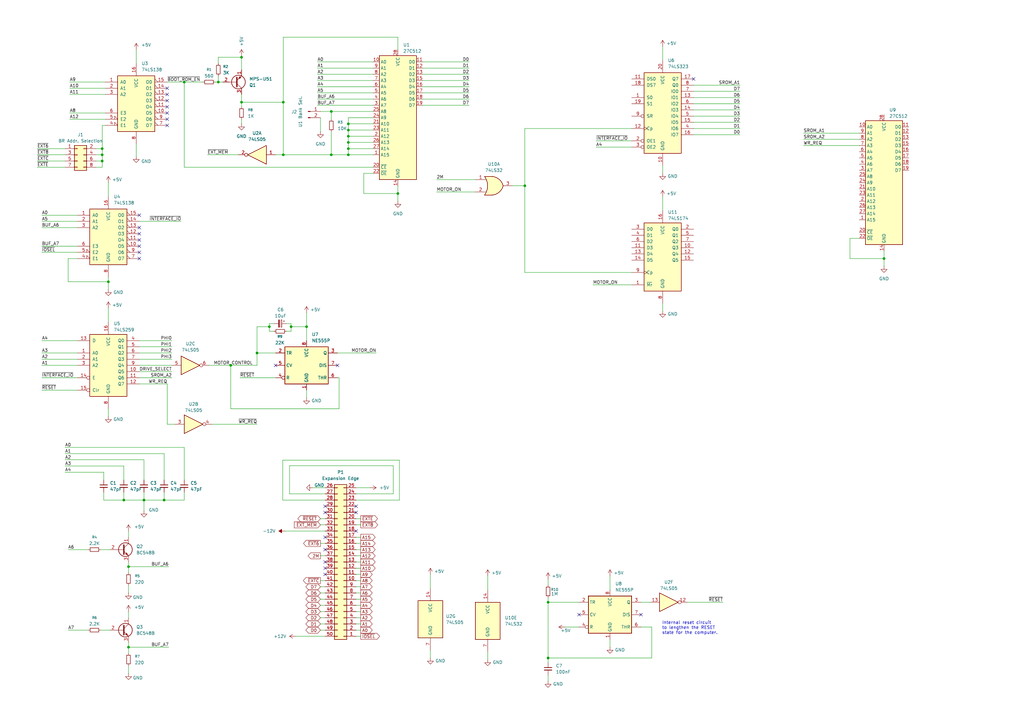
<source format=kicad_sch>
(kicad_sch
	(version 20250114)
	(generator "eeschema")
	(generator_version "9.0")
	(uuid "8d29f76a-632b-4d71-951f-82f85a7a70e9")
	(paper "A3")
	
	(text "Internal reset circuit\nto lengthen the RESET\nstate for the computer."
		(exclude_from_sim no)
		(at 271.526 257.556 0)
		(effects
			(font
				(size 1.27 1.27)
			)
			(justify left)
		)
		(uuid "e745d223-88aa-4c5a-b816-58712752427e")
	)
	(junction
		(at 142.875 58.42)
		(diameter 0)
		(color 0 0 0 0)
		(uuid "01d48d2e-1fc7-421c-8f41-f2b58efc56b7")
	)
	(junction
		(at 125.73 133.985)
		(diameter 0)
		(color 0 0 0 0)
		(uuid "0ad4583d-d8eb-4d76-adb3-c7769060dd3b")
	)
	(junction
		(at 116.205 63.5)
		(diameter 0)
		(color 0 0 0 0)
		(uuid "0d0b96b0-0cac-4be3-8c90-a0bf81720f30")
	)
	(junction
		(at 59.055 205.105)
		(diameter 0)
		(color 0 0 0 0)
		(uuid "119b48f2-1577-4777-acc9-d9aadea8fa44")
	)
	(junction
		(at 142.875 63.5)
		(diameter 0)
		(color 0 0 0 0)
		(uuid "25eda2ea-0d80-4a13-b758-8934df7b1186")
	)
	(junction
		(at 52.705 232.41)
		(diameter 0)
		(color 0 0 0 0)
		(uuid "27f91d6a-493d-4642-8480-98413ca5e9ac")
	)
	(junction
		(at 67.31 205.105)
		(diameter 0)
		(color 0 0 0 0)
		(uuid "29349294-1f3f-4640-b2ab-7410cad4308a")
	)
	(junction
		(at 41.91 60.96)
		(diameter 0)
		(color 0 0 0 0)
		(uuid "33459bfc-78a4-4df1-b7ec-4a599d3afe7a")
	)
	(junction
		(at 224.79 247.015)
		(diameter 0)
		(color 0 0 0 0)
		(uuid "40dbda5b-2943-4ae8-aae3-428a995d9144")
	)
	(junction
		(at 99.06 23.495)
		(diameter 0)
		(color 0 0 0 0)
		(uuid "44b8b299-cb67-4c66-ac52-75c305bb50bd")
	)
	(junction
		(at 52.705 265.43)
		(diameter 0)
		(color 0 0 0 0)
		(uuid "4c902e09-bb10-45d2-b006-d3c03ff5b534")
	)
	(junction
		(at 94.615 149.86)
		(diameter 0)
		(color 0 0 0 0)
		(uuid "6726ab3c-b1c7-4628-9770-80349a61159e")
	)
	(junction
		(at 142.875 53.34)
		(diameter 0)
		(color 0 0 0 0)
		(uuid "70a0373d-7a68-4afc-8cad-95ebda80169a")
	)
	(junction
		(at 50.8 205.105)
		(diameter 0)
		(color 0 0 0 0)
		(uuid "71096d60-8849-4e18-914c-f1c240d1136b")
	)
	(junction
		(at 224.79 269.875)
		(diameter 0)
		(color 0 0 0 0)
		(uuid "76b64b27-7a73-4b08-b213-f17e1f506d47")
	)
	(junction
		(at 99.06 41.91)
		(diameter 0)
		(color 0 0 0 0)
		(uuid "7711e55e-54cb-47ce-b3a8-2e8aa9dd75c5")
	)
	(junction
		(at 142.875 55.88)
		(diameter 0)
		(color 0 0 0 0)
		(uuid "7d515100-46c7-4cf9-8dc0-d23523a18258")
	)
	(junction
		(at 110.49 133.985)
		(diameter 0)
		(color 0 0 0 0)
		(uuid "844b3d42-fc3b-49da-af17-ab85eaa2a916")
	)
	(junction
		(at 116.205 41.91)
		(diameter 0)
		(color 0 0 0 0)
		(uuid "89f9f6ca-003e-4793-9cb6-a3f77b727816")
	)
	(junction
		(at 135.89 63.5)
		(diameter 0)
		(color 0 0 0 0)
		(uuid "8e4b6b92-3ba2-431e-a677-d8a9bcbb4d53")
	)
	(junction
		(at 89.535 33.655)
		(diameter 0)
		(color 0 0 0 0)
		(uuid "96ac1b33-3353-4ec2-8d7e-27f096740b8b")
	)
	(junction
		(at 41.91 66.04)
		(diameter 0)
		(color 0 0 0 0)
		(uuid "975256c0-eea7-4130-a316-bc2c652a05bd")
	)
	(junction
		(at 75.565 33.655)
		(diameter 0)
		(color 0 0 0 0)
		(uuid "a0580710-2a56-4930-b0e3-8d4868c9af5e")
	)
	(junction
		(at 142.875 50.8)
		(diameter 0)
		(color 0 0 0 0)
		(uuid "a8cfcd6c-4a47-461e-ab71-a6313b01b830")
	)
	(junction
		(at 44.45 115.57)
		(diameter 0)
		(color 0 0 0 0)
		(uuid "ab38b081-8964-496f-b78f-e3ea79d878ab")
	)
	(junction
		(at 119.38 133.985)
		(diameter 0)
		(color 0 0 0 0)
		(uuid "b5e679c8-0b74-4cdb-822e-7f1029921114")
	)
	(junction
		(at 135.89 45.72)
		(diameter 0)
		(color 0 0 0 0)
		(uuid "bdd0c0c9-466f-4590-9c94-69cb2bee5205")
	)
	(junction
		(at 163.195 79.375)
		(diameter 0)
		(color 0 0 0 0)
		(uuid "c1efaf1e-1e6a-4dc9-a690-69ecbc5a62b7")
	)
	(junction
		(at 142.875 60.96)
		(diameter 0)
		(color 0 0 0 0)
		(uuid "ccd3b3fb-013e-44c1-a428-6e3d38fb7d80")
	)
	(junction
		(at 105.41 144.78)
		(diameter 0)
		(color 0 0 0 0)
		(uuid "d64566e5-16a1-4196-a6d8-aa6eacebbd53")
	)
	(junction
		(at 41.91 63.5)
		(diameter 0)
		(color 0 0 0 0)
		(uuid "e91705e5-87a1-4a8f-b2de-53f43f1d346d")
	)
	(junction
		(at 215.265 76.2)
		(diameter 0)
		(color 0 0 0 0)
		(uuid "f6a7f46d-199c-46c5-8680-0d17cc9023af")
	)
	(junction
		(at 362.585 106.045)
		(diameter 0)
		(color 0 0 0 0)
		(uuid "f91e9a1a-ea15-4d90-8a96-456092900d96")
	)
	(no_connect
		(at 68.58 41.275)
		(uuid "067ea82d-6d0a-41b4-9657-6bdac6e9eb80")
	)
	(no_connect
		(at 146.05 207.645)
		(uuid "09cb5ca2-f037-4767-bd4d-094c054413ca")
	)
	(no_connect
		(at 133.35 210.185)
		(uuid "0c808b20-1ba0-487f-bde6-631fcdf86992")
	)
	(no_connect
		(at 57.15 88.265)
		(uuid "2be33c63-521d-4fe9-9f17-dc1c2f289eb5")
	)
	(no_connect
		(at 133.35 233.045)
		(uuid "3df9b39c-f7bd-4e28-98f6-f2a8b555dccf")
	)
	(no_connect
		(at 138.43 149.86)
		(uuid "4019daaa-d175-4716-8904-09d06bfedf61")
	)
	(no_connect
		(at 57.15 93.345)
		(uuid "47fcd414-e92f-454d-8cf9-c819bab47b66")
	)
	(no_connect
		(at 57.15 98.425)
		(uuid "56e466e4-ae50-4c52-8452-ae5cc1b8263c")
	)
	(no_connect
		(at 57.15 100.965)
		(uuid "5d6d6ff6-70a1-4d08-88e4-fa16cf588d6d")
	)
	(no_connect
		(at 133.35 230.505)
		(uuid "5ea4b0f4-536a-4279-ac4c-04203f194641")
	)
	(no_connect
		(at 284.48 32.385)
		(uuid "6fd9fb94-f55c-448d-a789-2a7842985975")
	)
	(no_connect
		(at 146.05 210.185)
		(uuid "74c89753-aa43-46ac-82d6-f1c8035f7dc9")
	)
	(no_connect
		(at 133.35 225.425)
		(uuid "7f40a9b2-6015-430a-bf2e-e9397fb5675f")
	)
	(no_connect
		(at 133.35 207.645)
		(uuid "845f3c28-3ea3-4169-9f2b-9dd6d4e7a7f3")
	)
	(no_connect
		(at 57.15 103.505)
		(uuid "9ef8bd9e-b12c-49f5-b98a-096bd80c74df")
	)
	(no_connect
		(at 113.03 149.86)
		(uuid "a0e144d6-8394-4634-b8c0-13443b681e9b")
	)
	(no_connect
		(at 68.58 36.195)
		(uuid "a2180a0c-4386-4f2f-877c-d958ae4abb84")
	)
	(no_connect
		(at 146.05 217.805)
		(uuid "a65c5215-f32e-4281-a70d-d2e04994f325")
	)
	(no_connect
		(at 68.58 51.435)
		(uuid "c1d01b7b-1950-4bfc-9899-1fae010e0993")
	)
	(no_connect
		(at 262.89 252.095)
		(uuid "c2c29870-2008-4e2a-806d-97bfaa7dc01c")
	)
	(no_connect
		(at 68.58 43.815)
		(uuid "c6278f2b-666c-49ae-9735-14eae2db2129")
	)
	(no_connect
		(at 133.35 235.585)
		(uuid "cc97dbf1-a437-4548-ac8f-50dfd2b59e4a")
	)
	(no_connect
		(at 68.58 38.735)
		(uuid "cca9f809-efdf-454d-96d8-f6ab624b5dba")
	)
	(no_connect
		(at 57.15 106.045)
		(uuid "dbab1e1a-9050-44a4-99e0-1957778be5a1")
	)
	(no_connect
		(at 57.15 95.885)
		(uuid "df2d788d-d649-48d0-8944-78906433eea5")
	)
	(no_connect
		(at 133.35 220.345)
		(uuid "dfa21c67-ce2b-471f-aa3e-6773bee1e862")
	)
	(no_connect
		(at 237.49 252.095)
		(uuid "e1f2f072-03fc-46d6-8e15-2d176b03105e")
	)
	(no_connect
		(at 68.58 48.895)
		(uuid "eb444ecb-0cb7-40c7-86ab-911c11f00b8d")
	)
	(no_connect
		(at 68.58 46.355)
		(uuid "f66c9e88-bf82-4e44-ad05-32d4017aa917")
	)
	(wire
		(pts
			(xy 210.185 76.2) (xy 215.265 76.2)
		)
		(stroke
			(width 0)
			(type default)
		)
		(uuid "00367c60-a754-4e95-9edd-cce8bea00c25")
	)
	(wire
		(pts
			(xy 142.875 50.8) (xy 142.875 53.34)
		)
		(stroke
			(width 0)
			(type default)
		)
		(uuid "00b930ef-d699-4938-9298-7fe3fab82ce3")
	)
	(wire
		(pts
			(xy 135.89 45.72) (xy 153.035 45.72)
		)
		(stroke
			(width 0)
			(type default)
		)
		(uuid "028d1575-8ddf-4806-9f1a-6287453b109d")
	)
	(wire
		(pts
			(xy 28.575 36.195) (xy 43.18 36.195)
		)
		(stroke
			(width 0)
			(type default)
		)
		(uuid "0372d352-2b15-4522-a99d-9b308d4b21f3")
	)
	(wire
		(pts
			(xy 17.145 139.7) (xy 31.75 139.7)
		)
		(stroke
			(width 0)
			(type default)
		)
		(uuid "039a2e32-68db-4694-b448-624d154c05e9")
	)
	(wire
		(pts
			(xy 75.565 68.58) (xy 153.035 68.58)
		)
		(stroke
			(width 0)
			(type default)
		)
		(uuid "04e6b08f-47ff-48f0-902f-06b34a473080")
	)
	(wire
		(pts
			(xy 200.025 270.51) (xy 200.025 267.335)
		)
		(stroke
			(width 0)
			(type default)
		)
		(uuid "050d480d-2f7a-433e-add8-302ec5f40b8f")
	)
	(wire
		(pts
			(xy 348.615 106.045) (xy 362.585 106.045)
		)
		(stroke
			(width 0)
			(type default)
		)
		(uuid "06bdde11-6dee-4378-a384-717d3d6dc89e")
	)
	(wire
		(pts
			(xy 130.175 27.94) (xy 153.035 27.94)
		)
		(stroke
			(width 0)
			(type default)
		)
		(uuid "06dfb504-daaa-4f2d-add6-242c3dcfd022")
	)
	(wire
		(pts
			(xy 116.205 63.5) (xy 135.89 63.5)
		)
		(stroke
			(width 0)
			(type default)
		)
		(uuid "07a57c33-fad4-4128-b302-7327187962f9")
	)
	(wire
		(pts
			(xy 118.745 191.008) (xy 118.745 202.565)
		)
		(stroke
			(width 0)
			(type default)
		)
		(uuid "07f2b615-5605-464c-80d8-11014832cdd0")
	)
	(wire
		(pts
			(xy 153.035 53.34) (xy 142.875 53.34)
		)
		(stroke
			(width 0)
			(type default)
		)
		(uuid "09a8356f-2fba-4704-b2da-93686ba37f38")
	)
	(wire
		(pts
			(xy 52.705 217.805) (xy 52.705 220.345)
		)
		(stroke
			(width 0)
			(type default)
		)
		(uuid "0bd7c1b6-5474-4cf3-a3b0-4b7fedb307c1")
	)
	(wire
		(pts
			(xy 146.05 250.825) (xy 147.955 250.825)
		)
		(stroke
			(width 0)
			(type default)
		)
		(uuid "0cd9d382-dd16-4687-ae20-27db55c4969f")
	)
	(wire
		(pts
			(xy 44.45 80.645) (xy 44.45 74.93)
		)
		(stroke
			(width 0)
			(type default)
		)
		(uuid "0d2d1b70-207a-40d0-8af1-3fa7ae681a58")
	)
	(wire
		(pts
			(xy 138.43 144.78) (xy 154.305 144.78)
		)
		(stroke
			(width 0)
			(type default)
		)
		(uuid "0d44a262-6871-4949-987e-f6d3ba128c01")
	)
	(wire
		(pts
			(xy 296.545 247.015) (xy 281.94 247.015)
		)
		(stroke
			(width 0)
			(type default)
		)
		(uuid "0de99fb5-5ab8-494d-b920-e72d503bb047")
	)
	(wire
		(pts
			(xy 75.565 183.515) (xy 75.565 196.85)
		)
		(stroke
			(width 0)
			(type default)
		)
		(uuid "0e7ddf80-563f-4769-838e-ac02c33390de")
	)
	(wire
		(pts
			(xy 117.475 132.715) (xy 119.38 132.715)
		)
		(stroke
			(width 0)
			(type default)
		)
		(uuid "0ea2b116-c302-4cea-badf-7244a2290c05")
	)
	(wire
		(pts
			(xy 17.145 93.345) (xy 31.75 93.345)
		)
		(stroke
			(width 0)
			(type default)
		)
		(uuid "0eeabcd7-348c-496c-bf89-9efee8011e76")
	)
	(wire
		(pts
			(xy 244.475 57.785) (xy 259.08 57.785)
		)
		(stroke
			(width 0)
			(type default)
		)
		(uuid "0f6fc622-5089-456c-b821-6d09fa8b971e")
	)
	(wire
		(pts
			(xy 284.48 45.085) (xy 303.53 45.085)
		)
		(stroke
			(width 0)
			(type default)
		)
		(uuid "0fbbdadd-c1d2-4201-a32c-ed59fa95ff2f")
	)
	(wire
		(pts
			(xy 284.48 42.545) (xy 303.53 42.545)
		)
		(stroke
			(width 0)
			(type default)
		)
		(uuid "10733e91-a582-439a-ba90-01194f2eb2be")
	)
	(wire
		(pts
			(xy 146.05 222.885) (xy 147.955 222.885)
		)
		(stroke
			(width 0)
			(type default)
		)
		(uuid "11530c3b-e92a-4222-8587-26beff227523")
	)
	(wire
		(pts
			(xy 17.145 147.32) (xy 31.75 147.32)
		)
		(stroke
			(width 0)
			(type default)
		)
		(uuid "11c1f889-0782-419a-9274-a5f46e7a77d6")
	)
	(wire
		(pts
			(xy 173.355 38.1) (xy 192.405 38.1)
		)
		(stroke
			(width 0)
			(type default)
		)
		(uuid "12110a36-4fab-4ea9-a3d2-963884a4db6c")
	)
	(wire
		(pts
			(xy 161.29 191.008) (xy 118.745 191.008)
		)
		(stroke
			(width 0)
			(type default)
		)
		(uuid "12ae0546-56ce-4946-ae78-a3f728f0fec8")
	)
	(wire
		(pts
			(xy 250.19 236.22) (xy 250.19 241.935)
		)
		(stroke
			(width 0)
			(type default)
		)
		(uuid "1320c740-cd0e-45be-9982-187011c3cf9b")
	)
	(wire
		(pts
			(xy 17.145 144.78) (xy 31.75 144.78)
		)
		(stroke
			(width 0)
			(type default)
		)
		(uuid "1347fb1c-05d5-4bce-ad58-525ca10c9c45")
	)
	(wire
		(pts
			(xy 55.88 26.035) (xy 55.88 20.32)
		)
		(stroke
			(width 0)
			(type default)
		)
		(uuid "137a59a7-d598-4881-b97f-46f227b75fef")
	)
	(wire
		(pts
			(xy 142.875 48.26) (xy 142.875 50.8)
		)
		(stroke
			(width 0)
			(type default)
		)
		(uuid "13e240cc-e045-44db-aad9-be7c942869ad")
	)
	(wire
		(pts
			(xy 142.875 60.96) (xy 142.875 63.5)
		)
		(stroke
			(width 0)
			(type default)
		)
		(uuid "14b10178-dc8e-43b4-93a3-db26bee0e398")
	)
	(wire
		(pts
			(xy 115.951 205.105) (xy 133.35 205.105)
		)
		(stroke
			(width 0)
			(type default)
		)
		(uuid "151c7a5c-1632-4466-9a42-660310eb7d64")
	)
	(wire
		(pts
			(xy 131.445 227.965) (xy 133.35 227.965)
		)
		(stroke
			(width 0)
			(type default)
		)
		(uuid "15b9b2c6-c334-4e36-8e4f-94f73fcd7630")
	)
	(wire
		(pts
			(xy 99.06 41.91) (xy 99.06 43.815)
		)
		(stroke
			(width 0)
			(type default)
		)
		(uuid "161d0a44-9055-44c3-8b4b-49f9ee93aff1")
	)
	(wire
		(pts
			(xy 146.05 215.265) (xy 147.955 215.265)
		)
		(stroke
			(width 0)
			(type default)
		)
		(uuid "16401bde-830b-4199-83e6-9779a594a4d2")
	)
	(wire
		(pts
			(xy 329.565 57.15) (xy 352.425 57.15)
		)
		(stroke
			(width 0)
			(type default)
		)
		(uuid "167b6547-428e-4b78-b4bb-57b14e6b8bb4")
	)
	(wire
		(pts
			(xy 131.445 253.365) (xy 133.35 253.365)
		)
		(stroke
			(width 0)
			(type default)
		)
		(uuid "17982d4b-6e11-43bc-b285-ce88a4c766c4")
	)
	(wire
		(pts
			(xy 89.535 31.115) (xy 89.535 33.655)
		)
		(stroke
			(width 0)
			(type default)
		)
		(uuid "17b7681b-e633-43fc-a18a-0ddee7df8334")
	)
	(wire
		(pts
			(xy 153.035 63.5) (xy 142.875 63.5)
		)
		(stroke
			(width 0)
			(type default)
		)
		(uuid "17c0f294-6f59-420f-a498-046a3788627d")
	)
	(wire
		(pts
			(xy 44.45 132.08) (xy 44.45 126.365)
		)
		(stroke
			(width 0)
			(type default)
		)
		(uuid "181dc5f1-5c34-47c5-ae2d-02186a1e3414")
	)
	(wire
		(pts
			(xy 39.37 60.96) (xy 41.91 60.96)
		)
		(stroke
			(width 0)
			(type default)
		)
		(uuid "18798bd8-534d-4d88-aa33-c34029bcb2d6")
	)
	(wire
		(pts
			(xy 26.67 193.675) (xy 42.545 193.675)
		)
		(stroke
			(width 0)
			(type default)
		)
		(uuid "1b654f03-7664-444c-badc-996edbde7bfc")
	)
	(wire
		(pts
			(xy 146.05 248.285) (xy 147.955 248.285)
		)
		(stroke
			(width 0)
			(type default)
		)
		(uuid "1bdb2ec4-0b54-486d-ab8a-3a3cf73fc46f")
	)
	(wire
		(pts
			(xy 329.565 54.61) (xy 352.425 54.61)
		)
		(stroke
			(width 0)
			(type default)
		)
		(uuid "1dcb9c7e-a1d1-4cff-8a68-ff1818bd876d")
	)
	(wire
		(pts
			(xy 163.83 205.105) (xy 163.83 188.722)
		)
		(stroke
			(width 0)
			(type default)
		)
		(uuid "203d27a7-ebba-4d12-badd-bc5fc73a868a")
	)
	(wire
		(pts
			(xy 99.06 48.895) (xy 99.06 50.8)
		)
		(stroke
			(width 0)
			(type default)
		)
		(uuid "21841d3e-9963-449b-9217-31c730563b74")
	)
	(wire
		(pts
			(xy 43.18 51.435) (xy 41.91 51.435)
		)
		(stroke
			(width 0)
			(type default)
		)
		(uuid "21a6df2d-d137-446a-99d5-38aec9f76e17")
	)
	(wire
		(pts
			(xy 176.53 241.3) (xy 176.53 235.585)
		)
		(stroke
			(width 0)
			(type default)
		)
		(uuid "229b99e3-e197-4a06-9a3f-0ec14bce2091")
	)
	(wire
		(pts
			(xy 17.145 88.265) (xy 31.75 88.265)
		)
		(stroke
			(width 0)
			(type default)
		)
		(uuid "23d03d7f-3fa3-4262-94ef-c7d67723f473")
	)
	(wire
		(pts
			(xy 146.05 240.665) (xy 147.955 240.665)
		)
		(stroke
			(width 0)
			(type default)
		)
		(uuid "25d35aca-2b44-482d-a9c6-cd18913cbaf2")
	)
	(wire
		(pts
			(xy 52.705 250.825) (xy 52.705 253.365)
		)
		(stroke
			(width 0)
			(type default)
		)
		(uuid "29947b21-19f9-4dea-afde-98ba13f39b07")
	)
	(wire
		(pts
			(xy 128.27 200.025) (xy 133.35 200.025)
		)
		(stroke
			(width 0)
			(type default)
		)
		(uuid "2a61f7db-2c66-4b9e-b2b0-91ca8c97dee9")
	)
	(wire
		(pts
			(xy 146.05 235.585) (xy 147.955 235.585)
		)
		(stroke
			(width 0)
			(type default)
		)
		(uuid "2ab04268-d2c1-443d-9da8-f95d2b922db2")
	)
	(wire
		(pts
			(xy 215.265 111.76) (xy 259.08 111.76)
		)
		(stroke
			(width 0)
			(type default)
		)
		(uuid "2b33a618-d65a-4c0f-9ab9-836e362fab0f")
	)
	(wire
		(pts
			(xy 41.91 66.04) (xy 41.91 68.58)
		)
		(stroke
			(width 0)
			(type default)
		)
		(uuid "2c6ab259-f194-44c0-847e-8e1b0ea7f876")
	)
	(wire
		(pts
			(xy 44.45 118.745) (xy 44.45 115.57)
		)
		(stroke
			(width 0)
			(type default)
		)
		(uuid "2cfef103-2bfc-450e-addc-725ce57e70bc")
	)
	(wire
		(pts
			(xy 149.225 71.12) (xy 149.225 79.375)
		)
		(stroke
			(width 0)
			(type default)
		)
		(uuid "2df966cc-2b81-4d1e-a11e-3e09c4187e92")
	)
	(wire
		(pts
			(xy 75.565 33.655) (xy 83.185 33.655)
		)
		(stroke
			(width 0)
			(type default)
		)
		(uuid "2eedc8d3-ab80-4b32-86f1-5373fe2d01ad")
	)
	(wire
		(pts
			(xy 131.445 243.205) (xy 133.35 243.205)
		)
		(stroke
			(width 0)
			(type default)
		)
		(uuid "2f250031-cd09-4dcd-a85f-5ef9ad5a6c05")
	)
	(wire
		(pts
			(xy 42.545 201.93) (xy 42.545 205.105)
		)
		(stroke
			(width 0)
			(type default)
		)
		(uuid "30b48cb1-c917-43bc-a391-49b170fb8b4f")
	)
	(wire
		(pts
			(xy 28.575 33.655) (xy 43.18 33.655)
		)
		(stroke
			(width 0)
			(type default)
		)
		(uuid "32ebe881-783b-4267-a979-85a0df767077")
	)
	(wire
		(pts
			(xy 39.37 63.5) (xy 41.91 63.5)
		)
		(stroke
			(width 0)
			(type default)
		)
		(uuid "33d24365-71fa-4944-86cf-cdb5c082970f")
	)
	(wire
		(pts
			(xy 153.035 60.96) (xy 142.875 60.96)
		)
		(stroke
			(width 0)
			(type default)
		)
		(uuid "354c46bf-479b-4cd6-8d12-18e67378f9da")
	)
	(wire
		(pts
			(xy 130.175 33.02) (xy 153.035 33.02)
		)
		(stroke
			(width 0)
			(type default)
		)
		(uuid "3559a3b7-6e34-4348-9046-05da7a766a55")
	)
	(wire
		(pts
			(xy 110.49 133.985) (xy 110.49 135.89)
		)
		(stroke
			(width 0)
			(type default)
		)
		(uuid "356394c8-8be9-4f76-a468-a35cea541327")
	)
	(wire
		(pts
			(xy 146.05 253.365) (xy 147.955 253.365)
		)
		(stroke
			(width 0)
			(type default)
		)
		(uuid "35ee101e-87d7-4b57-ab93-1eb6551f657b")
	)
	(wire
		(pts
			(xy 146.05 260.985) (xy 147.955 260.985)
		)
		(stroke
			(width 0)
			(type default)
		)
		(uuid "36320a72-48da-4e36-8f3e-297e7299917f")
	)
	(wire
		(pts
			(xy 26.67 188.595) (xy 59.055 188.595)
		)
		(stroke
			(width 0)
			(type default)
		)
		(uuid "3694733d-86af-46a1-8dc1-456788fd8d63")
	)
	(wire
		(pts
			(xy 259.08 116.84) (xy 243.205 116.84)
		)
		(stroke
			(width 0)
			(type default)
		)
		(uuid "372bef3a-b302-43cd-bd7a-91eefb50d7cd")
	)
	(wire
		(pts
			(xy 139.065 167.64) (xy 94.615 167.64)
		)
		(stroke
			(width 0)
			(type default)
		)
		(uuid "38391f55-1090-4ec8-a25b-ece190feb46f")
	)
	(wire
		(pts
			(xy 352.425 97.79) (xy 348.615 97.79)
		)
		(stroke
			(width 0)
			(type default)
		)
		(uuid "3a121df1-4384-4829-b0fd-d404e6f09046")
	)
	(wire
		(pts
			(xy 125.73 128.27) (xy 125.73 133.985)
		)
		(stroke
			(width 0)
			(type default)
		)
		(uuid "3a95493b-7484-4346-9882-fb2bcd0208e9")
	)
	(wire
		(pts
			(xy 224.79 276.86) (xy 224.79 279.4)
		)
		(stroke
			(width 0)
			(type default)
		)
		(uuid "3df7056d-195e-414b-ad76-ef2667280e73")
	)
	(wire
		(pts
			(xy 31.75 106.045) (xy 27.94 106.045)
		)
		(stroke
			(width 0)
			(type default)
		)
		(uuid "3fff86d1-0215-40f2-b4f5-1d9d13e46f2d")
	)
	(wire
		(pts
			(xy 163.195 15.24) (xy 116.205 15.24)
		)
		(stroke
			(width 0)
			(type default)
		)
		(uuid "4196cbba-2973-4cb2-a76a-dc0b2a7f6eb3")
	)
	(wire
		(pts
			(xy 153.035 55.88) (xy 142.875 55.88)
		)
		(stroke
			(width 0)
			(type default)
		)
		(uuid "41a8ff62-2046-4fd2-845e-ad564c5185c0")
	)
	(wire
		(pts
			(xy 110.49 135.89) (xy 112.395 135.89)
		)
		(stroke
			(width 0)
			(type default)
		)
		(uuid "48a047e9-1f5e-45b7-bd1a-7b9d1d79dc86")
	)
	(wire
		(pts
			(xy 59.055 205.105) (xy 59.055 209.55)
		)
		(stroke
			(width 0)
			(type default)
		)
		(uuid "4901b3ad-5dc8-4e8e-85f5-a46cc078a23e")
	)
	(wire
		(pts
			(xy 28.575 38.735) (xy 43.18 38.735)
		)
		(stroke
			(width 0)
			(type default)
		)
		(uuid "490d48b1-f053-4697-8c4f-7354f1c4942b")
	)
	(wire
		(pts
			(xy 194.945 78.74) (xy 179.07 78.74)
		)
		(stroke
			(width 0)
			(type default)
		)
		(uuid "499fc042-8c25-4e4f-a22e-43b437f16576")
	)
	(wire
		(pts
			(xy 113.03 63.5) (xy 116.205 63.5)
		)
		(stroke
			(width 0)
			(type default)
		)
		(uuid "49a0cf47-be00-4eb0-a74c-1952d5948619")
	)
	(wire
		(pts
			(xy 250.19 265.43) (xy 250.19 262.255)
		)
		(stroke
			(width 0)
			(type default)
		)
		(uuid "4dea31ec-81e4-4832-b049-0166d52c0a76")
	)
	(wire
		(pts
			(xy 131.445 238.125) (xy 133.35 238.125)
		)
		(stroke
			(width 0)
			(type default)
		)
		(uuid "4faa7985-0186-4e99-b44b-c38c9bbb3ee9")
	)
	(wire
		(pts
			(xy 44.45 115.57) (xy 44.45 113.665)
		)
		(stroke
			(width 0)
			(type default)
		)
		(uuid "5027c0f5-3385-4cf5-a58c-1f5e98487041")
	)
	(wire
		(pts
			(xy 131.445 245.745) (xy 133.35 245.745)
		)
		(stroke
			(width 0)
			(type default)
		)
		(uuid "50614a38-6480-4f87-98cc-9f11de71a2bd")
	)
	(wire
		(pts
			(xy 110.49 132.715) (xy 110.49 133.985)
		)
		(stroke
			(width 0)
			(type default)
		)
		(uuid "506c55e2-080c-4104-90ce-2ba3d9f9437b")
	)
	(wire
		(pts
			(xy 267.335 269.875) (xy 224.79 269.875)
		)
		(stroke
			(width 0)
			(type default)
		)
		(uuid "52d72e79-91a6-440a-be37-b2a4392b419e")
	)
	(wire
		(pts
			(xy 85.09 63.5) (xy 97.79 63.5)
		)
		(stroke
			(width 0)
			(type default)
		)
		(uuid "531236f9-7668-4b77-9f03-d5c4d0bfea5c")
	)
	(wire
		(pts
			(xy 26.67 183.515) (xy 75.565 183.515)
		)
		(stroke
			(width 0)
			(type default)
		)
		(uuid "53436af9-f1c5-4c5b-9a19-85985208e0e2")
	)
	(wire
		(pts
			(xy 146.05 258.445) (xy 147.955 258.445)
		)
		(stroke
			(width 0)
			(type default)
		)
		(uuid "568e7785-c5b9-4059-9643-5fbc6eaade3b")
	)
	(wire
		(pts
			(xy 50.8 191.135) (xy 50.8 196.85)
		)
		(stroke
			(width 0)
			(type default)
		)
		(uuid "568f02af-84ae-47cd-ae39-8c553b93519e")
	)
	(wire
		(pts
			(xy 153.035 50.8) (xy 142.875 50.8)
		)
		(stroke
			(width 0)
			(type default)
		)
		(uuid "586bfb2a-e810-42cc-b024-bcbecedd38f3")
	)
	(wire
		(pts
			(xy 28.575 48.895) (xy 43.18 48.895)
		)
		(stroke
			(width 0)
			(type default)
		)
		(uuid "592a6608-e914-455a-a672-a13f5e90cb0d")
	)
	(wire
		(pts
			(xy 348.615 97.79) (xy 348.615 106.045)
		)
		(stroke
			(width 0)
			(type default)
		)
		(uuid "597456b4-79e1-4f0f-81f5-89662977ed82")
	)
	(wire
		(pts
			(xy 27.94 225.425) (xy 36.195 225.425)
		)
		(stroke
			(width 0)
			(type default)
		)
		(uuid "5bcb0dc6-e631-44cb-84ba-13e6a1ffd1f7")
	)
	(wire
		(pts
			(xy 105.41 144.78) (xy 105.41 149.86)
		)
		(stroke
			(width 0)
			(type default)
		)
		(uuid "5d83f044-9394-4256-afc9-db78e5f3719f")
	)
	(wire
		(pts
			(xy 115.951 188.722) (xy 115.951 205.105)
		)
		(stroke
			(width 0)
			(type default)
		)
		(uuid "5dc6b905-8c81-4f61-a027-da94067e26a0")
	)
	(wire
		(pts
			(xy 163.195 20.32) (xy 163.195 15.24)
		)
		(stroke
			(width 0)
			(type default)
		)
		(uuid "5fd3da55-3230-40c9-be5c-74c7a33e6c37")
	)
	(wire
		(pts
			(xy 135.89 63.5) (xy 142.875 63.5)
		)
		(stroke
			(width 0)
			(type default)
		)
		(uuid "604dc9a7-75f7-4abf-8d52-2ff49d51fe7b")
	)
	(wire
		(pts
			(xy 262.89 257.175) (xy 267.335 257.175)
		)
		(stroke
			(width 0)
			(type default)
		)
		(uuid "633fc568-ca5f-4cbc-a998-af43cc8dfa46")
	)
	(wire
		(pts
			(xy 224.79 247.015) (xy 237.49 247.015)
		)
		(stroke
			(width 0)
			(type default)
		)
		(uuid "65774efb-3f45-4361-b7be-5d4f5f372f47")
	)
	(wire
		(pts
			(xy 161.29 202.565) (xy 161.29 191.008)
		)
		(stroke
			(width 0)
			(type default)
		)
		(uuid "6771efae-95cf-4487-be0a-fa7f4be4608a")
	)
	(wire
		(pts
			(xy 284.48 47.625) (xy 303.53 47.625)
		)
		(stroke
			(width 0)
			(type default)
		)
		(uuid "67f3e5c3-ce62-4701-a3a3-e66e5808453c")
	)
	(wire
		(pts
			(xy 112.395 132.715) (xy 110.49 132.715)
		)
		(stroke
			(width 0)
			(type default)
		)
		(uuid "680fd1f6-aaed-42ba-938b-a87dfc15ffaf")
	)
	(wire
		(pts
			(xy 142.875 55.88) (xy 142.875 58.42)
		)
		(stroke
			(width 0)
			(type default)
		)
		(uuid "699b8ab7-09c8-4085-98fd-cd026e035585")
	)
	(wire
		(pts
			(xy 200.025 241.935) (xy 200.025 236.22)
		)
		(stroke
			(width 0)
			(type default)
		)
		(uuid "69ca5b52-3037-44ea-a36a-a926e68d3b1e")
	)
	(wire
		(pts
			(xy 153.035 58.42) (xy 142.875 58.42)
		)
		(stroke
			(width 0)
			(type default)
		)
		(uuid "69db8330-1848-4c7d-b684-039e3999543a")
	)
	(wire
		(pts
			(xy 57.15 139.7) (xy 70.485 139.7)
		)
		(stroke
			(width 0)
			(type default)
		)
		(uuid "6b063f0c-1552-4ab5-bb68-9a966d79b079")
	)
	(wire
		(pts
			(xy 284.48 40.005) (xy 303.53 40.005)
		)
		(stroke
			(width 0)
			(type default)
		)
		(uuid "6bf43223-458d-4691-a6cd-9b58fee860a4")
	)
	(wire
		(pts
			(xy 135.89 48.895) (xy 135.89 45.72)
		)
		(stroke
			(width 0)
			(type default)
		)
		(uuid "6c901aca-2020-4c1f-9402-d794e8f3fe71")
	)
	(wire
		(pts
			(xy 41.91 60.96) (xy 41.91 63.5)
		)
		(stroke
			(width 0)
			(type default)
		)
		(uuid "6c963ff3-bd07-4aac-be9d-f6c4800c2195")
	)
	(wire
		(pts
			(xy 44.45 170.815) (xy 44.45 167.64)
		)
		(stroke
			(width 0)
			(type default)
		)
		(uuid "6d8f5813-5c5e-490d-9b15-efbe99c89e37")
	)
	(wire
		(pts
			(xy 105.41 133.985) (xy 105.41 144.78)
		)
		(stroke
			(width 0)
			(type default)
		)
		(uuid "707adba0-4bff-455b-a6dc-bf42cb6a9326")
	)
	(wire
		(pts
			(xy 26.67 186.055) (xy 67.31 186.055)
		)
		(stroke
			(width 0)
			(type default)
		)
		(uuid "71b46cd7-7ba5-4e6e-af88-0a8a758e4906")
	)
	(wire
		(pts
			(xy 139.065 154.94) (xy 139.065 167.64)
		)
		(stroke
			(width 0)
			(type default)
		)
		(uuid "72280539-8a7e-43d5-ae2b-da914e0be411")
	)
	(wire
		(pts
			(xy 131.445 240.665) (xy 133.35 240.665)
		)
		(stroke
			(width 0)
			(type default)
		)
		(uuid "725bffae-5de0-4640-965f-640141a71ae9")
	)
	(wire
		(pts
			(xy 50.8 201.93) (xy 50.8 205.105)
		)
		(stroke
			(width 0)
			(type default)
		)
		(uuid "72f42fec-38bd-4cfb-9cd9-34c81fca0308")
	)
	(wire
		(pts
			(xy 15.24 68.58) (xy 26.67 68.58)
		)
		(stroke
			(width 0)
			(type default)
		)
		(uuid "74512bc5-9132-4e7d-a42a-9db378710d27")
	)
	(wire
		(pts
			(xy 75.565 205.105) (xy 75.565 201.93)
		)
		(stroke
			(width 0)
			(type default)
		)
		(uuid "74c9d810-ea8f-452a-9fd3-2337434b7836")
	)
	(wire
		(pts
			(xy 113.03 144.78) (xy 105.41 144.78)
		)
		(stroke
			(width 0)
			(type default)
		)
		(uuid "758c60fa-bfa0-4918-95ed-f855ec1a5f77")
	)
	(wire
		(pts
			(xy 131.445 255.905) (xy 133.35 255.905)
		)
		(stroke
			(width 0)
			(type default)
		)
		(uuid "75cc97bb-2ee9-4b10-ba4a-ece6593cb1be")
	)
	(wire
		(pts
			(xy 121.285 260.985) (xy 133.35 260.985)
		)
		(stroke
			(width 0)
			(type default)
		)
		(uuid "7681ddee-2938-4e36-a2fd-18aef84be339")
	)
	(wire
		(pts
			(xy 224.79 269.875) (xy 224.79 247.015)
		)
		(stroke
			(width 0)
			(type default)
		)
		(uuid "77784833-0d85-481d-a6cc-04b516765d89")
	)
	(wire
		(pts
			(xy 163.195 79.375) (xy 163.195 82.55)
		)
		(stroke
			(width 0)
			(type default)
		)
		(uuid "796d7324-1a11-4fba-9c27-5b4438d23fd1")
	)
	(wire
		(pts
			(xy 41.91 51.435) (xy 41.91 60.96)
		)
		(stroke
			(width 0)
			(type default)
		)
		(uuid "7a107b3c-7620-4db3-a25a-b8bb349be3fe")
	)
	(wire
		(pts
			(xy 329.565 59.69) (xy 352.425 59.69)
		)
		(stroke
			(width 0)
			(type default)
		)
		(uuid "7b3d0782-4e58-4eeb-9781-d3f194d15c75")
	)
	(wire
		(pts
			(xy 146.05 220.345) (xy 147.955 220.345)
		)
		(stroke
			(width 0)
			(type default)
		)
		(uuid "7d1c51e5-11f3-42a0-8b7f-7ff383ed264d")
	)
	(wire
		(pts
			(xy 130.175 43.18) (xy 153.035 43.18)
		)
		(stroke
			(width 0)
			(type default)
		)
		(uuid "7ef3231d-f5ed-478d-8ed6-7c30ed2e2de9")
	)
	(wire
		(pts
			(xy 119.38 132.715) (xy 119.38 133.985)
		)
		(stroke
			(width 0)
			(type default)
		)
		(uuid "80644203-875f-44d0-b2c6-941dd3854dd2")
	)
	(wire
		(pts
			(xy 119.38 133.985) (xy 119.38 135.89)
		)
		(stroke
			(width 0)
			(type default)
		)
		(uuid "80dd9f19-8ba2-4076-a59c-55df0a0d4748")
	)
	(wire
		(pts
			(xy 75.565 68.58) (xy 75.565 33.655)
		)
		(stroke
			(width 0)
			(type default)
		)
		(uuid "8206c782-889e-40b2-aad4-6c4c9ca051e0")
	)
	(wire
		(pts
			(xy 176.53 269.875) (xy 176.53 266.7)
		)
		(stroke
			(width 0)
			(type default)
		)
		(uuid "8366a0ec-690d-4c93-a339-19b92216f006")
	)
	(wire
		(pts
			(xy 27.94 258.445) (xy 36.195 258.445)
		)
		(stroke
			(width 0)
			(type default)
		)
		(uuid "84167642-c164-4c17-8df4-e3af0cf3727a")
	)
	(wire
		(pts
			(xy 362.585 106.045) (xy 362.585 109.22)
		)
		(stroke
			(width 0)
			(type default)
		)
		(uuid "852fbbde-0ee0-4cd1-8ed3-13c5fb2e5c86")
	)
	(wire
		(pts
			(xy 267.335 257.175) (xy 267.335 269.875)
		)
		(stroke
			(width 0)
			(type default)
		)
		(uuid "8558f113-27aa-4a4b-a046-46e54b280d59")
	)
	(wire
		(pts
			(xy 146.05 225.425) (xy 147.955 225.425)
		)
		(stroke
			(width 0)
			(type default)
		)
		(uuid "862b098f-dcdb-48a4-bee5-f7ec9ee0bf6b")
	)
	(wire
		(pts
			(xy 224.79 269.875) (xy 224.79 271.78)
		)
		(stroke
			(width 0)
			(type default)
		)
		(uuid "862bb233-2128-455c-8939-16e91ac6c9de")
	)
	(wire
		(pts
			(xy 68.58 157.48) (xy 68.58 173.99)
		)
		(stroke
			(width 0)
			(type default)
		)
		(uuid "876754f3-ec8c-4858-bf78-320dada86901")
	)
	(wire
		(pts
			(xy 17.145 154.94) (xy 31.75 154.94)
		)
		(stroke
			(width 0)
			(type default)
		)
		(uuid "88a0ff0c-da3a-430f-a152-0603fdde9b8a")
	)
	(wire
		(pts
			(xy 173.355 27.94) (xy 192.405 27.94)
		)
		(stroke
			(width 0)
			(type default)
		)
		(uuid "89af6f40-ed08-42fd-b7ef-f51e1ba661d3")
	)
	(wire
		(pts
			(xy 194.945 73.66) (xy 179.07 73.66)
		)
		(stroke
			(width 0)
			(type default)
		)
		(uuid "8a7c5e38-86e7-4841-834d-28a1ab47ffd9")
	)
	(wire
		(pts
			(xy 52.705 265.43) (xy 52.705 267.97)
		)
		(stroke
			(width 0)
			(type default)
		)
		(uuid "8aafc43f-f236-4215-abb9-1e87f612ed97")
	)
	(wire
		(pts
			(xy 146.05 202.565) (xy 161.29 202.565)
		)
		(stroke
			(width 0)
			(type default)
		)
		(uuid "8bec9080-3486-4c8c-be5a-ba6894140cfa")
	)
	(wire
		(pts
			(xy 17.145 100.965) (xy 31.75 100.965)
		)
		(stroke
			(width 0)
			(type default)
		)
		(uuid "8d275bf9-0ee8-43a3-af5d-161f15f0aa8a")
	)
	(wire
		(pts
			(xy 39.37 68.58) (xy 41.91 68.58)
		)
		(stroke
			(width 0)
			(type default)
		)
		(uuid "8e7c41ad-83f7-4142-8030-246fa950a6e1")
	)
	(wire
		(pts
			(xy 138.43 154.94) (xy 139.065 154.94)
		)
		(stroke
			(width 0)
			(type default)
		)
		(uuid "8f777fc2-4b95-4d4b-8ced-e3d57933dfb4")
	)
	(wire
		(pts
			(xy 52.705 232.41) (xy 52.705 234.95)
		)
		(stroke
			(width 0)
			(type default)
		)
		(uuid "908ade44-6b8e-41c7-9373-81f914391b52")
	)
	(wire
		(pts
			(xy 130.175 25.4) (xy 153.035 25.4)
		)
		(stroke
			(width 0)
			(type default)
		)
		(uuid "91c66822-7e06-4bca-a878-eed05e1846cc")
	)
	(wire
		(pts
			(xy 131.445 222.885) (xy 133.35 222.885)
		)
		(stroke
			(width 0)
			(type default)
		)
		(uuid "92229e3a-a04c-4b2f-897b-61be92d999c5")
	)
	(wire
		(pts
			(xy 262.89 247.015) (xy 266.7 247.015)
		)
		(stroke
			(width 0)
			(type default)
		)
		(uuid "922aa033-b898-4885-a474-3705339d3d9b")
	)
	(wire
		(pts
			(xy 99.06 41.91) (xy 116.205 41.91)
		)
		(stroke
			(width 0)
			(type default)
		)
		(uuid "9272080f-68e5-4b70-966b-bf8d5efef7e9")
	)
	(wire
		(pts
			(xy 41.275 225.425) (xy 45.085 225.425)
		)
		(stroke
			(width 0)
			(type default)
		)
		(uuid "92a1c764-7440-4f80-a1da-118bf1227c09")
	)
	(wire
		(pts
			(xy 89.535 33.655) (xy 91.44 33.655)
		)
		(stroke
			(width 0)
			(type default)
		)
		(uuid "9337a77d-4611-4f92-813d-a0bc00edda68")
	)
	(wire
		(pts
			(xy 163.195 76.2) (xy 163.195 79.375)
		)
		(stroke
			(width 0)
			(type default)
		)
		(uuid "9343c07a-5c04-41fc-af58-39456bfb33f6")
	)
	(wire
		(pts
			(xy 130.175 35.56) (xy 153.035 35.56)
		)
		(stroke
			(width 0)
			(type default)
		)
		(uuid "93994a67-08d2-477e-b0ae-77b111b4b45e")
	)
	(wire
		(pts
			(xy 50.8 205.105) (xy 59.055 205.105)
		)
		(stroke
			(width 0)
			(type default)
		)
		(uuid "94e7ab1c-7824-4020-aa73-f433b269534b")
	)
	(wire
		(pts
			(xy 271.78 71.12) (xy 271.78 67.945)
		)
		(stroke
			(width 0)
			(type default)
		)
		(uuid "94f4ab29-2674-4458-9001-c1e547f839ac")
	)
	(wire
		(pts
			(xy 130.175 40.64) (xy 153.035 40.64)
		)
		(stroke
			(width 0)
			(type default)
		)
		(uuid "95e3704d-edf0-4662-bad4-1ed5a93189d2")
	)
	(wire
		(pts
			(xy 52.705 232.41) (xy 69.215 232.41)
		)
		(stroke
			(width 0)
			(type default)
		)
		(uuid "960f0416-95a8-408a-ab1b-ce3ec01dcf36")
	)
	(wire
		(pts
			(xy 57.15 152.4) (xy 70.485 152.4)
		)
		(stroke
			(width 0)
			(type default)
		)
		(uuid "96c36043-bd2c-4294-b268-e9026d347085")
	)
	(wire
		(pts
			(xy 173.355 35.56) (xy 192.405 35.56)
		)
		(stroke
			(width 0)
			(type default)
		)
		(uuid "96e214f2-8d90-40bd-94eb-6f64a25f4182")
	)
	(wire
		(pts
			(xy 17.145 90.805) (xy 31.75 90.805)
		)
		(stroke
			(width 0)
			(type default)
		)
		(uuid "99091072-dbaf-4e15-9401-e76f3766a5cc")
	)
	(wire
		(pts
			(xy 17.145 103.505) (xy 31.75 103.505)
		)
		(stroke
			(width 0)
			(type default)
		)
		(uuid "995a8957-ef14-4ba2-92cd-a0273c9daa1c")
	)
	(wire
		(pts
			(xy 244.475 60.325) (xy 259.08 60.325)
		)
		(stroke
			(width 0)
			(type default)
		)
		(uuid "99c92cb8-f1f4-45dc-8587-4004b8d0a44b")
	)
	(wire
		(pts
			(xy 146.05 230.505) (xy 147.955 230.505)
		)
		(stroke
			(width 0)
			(type default)
		)
		(uuid "9cb99440-ab2a-437d-ad9d-b2daa0d8964a")
	)
	(wire
		(pts
			(xy 52.705 240.03) (xy 52.705 243.205)
		)
		(stroke
			(width 0)
			(type default)
		)
		(uuid "9f777b70-29ba-4988-b309-31140c26bef3")
	)
	(wire
		(pts
			(xy 94.615 149.86) (xy 105.41 149.86)
		)
		(stroke
			(width 0)
			(type default)
		)
		(uuid "a13f301b-d1ab-450c-b7e6-066f4d8dd76f")
	)
	(wire
		(pts
			(xy 173.355 43.18) (xy 192.405 43.18)
		)
		(stroke
			(width 0)
			(type default)
		)
		(uuid "a1e7fb96-1e23-4223-b929-ed033917fe47")
	)
	(wire
		(pts
			(xy 284.48 34.925) (xy 303.53 34.925)
		)
		(stroke
			(width 0)
			(type default)
		)
		(uuid "a31fe004-2ef8-4e9f-b14d-45d3b72d53ca")
	)
	(wire
		(pts
			(xy 86.995 173.99) (xy 105.41 173.99)
		)
		(stroke
			(width 0)
			(type default)
		)
		(uuid "a3e1abba-353e-4d6e-b37e-8e00b4b39648")
	)
	(wire
		(pts
			(xy 284.48 37.465) (xy 303.53 37.465)
		)
		(stroke
			(width 0)
			(type default)
		)
		(uuid "a42b674f-7090-4465-b6ed-4fad4de42cd0")
	)
	(wire
		(pts
			(xy 110.49 133.985) (xy 105.41 133.985)
		)
		(stroke
			(width 0)
			(type default)
		)
		(uuid "a4c2e906-0f95-4236-9900-ebc8118fcfaf")
	)
	(wire
		(pts
			(xy 59.055 188.595) (xy 59.055 196.85)
		)
		(stroke
			(width 0)
			(type default)
		)
		(uuid "a8a56e6d-2aca-4944-84cb-06b1a40cf431")
	)
	(wire
		(pts
			(xy 119.38 133.985) (xy 125.73 133.985)
		)
		(stroke
			(width 0)
			(type default)
		)
		(uuid "a91de427-2613-4577-8bbb-e2e08005531b")
	)
	(wire
		(pts
			(xy 52.705 265.43) (xy 69.215 265.43)
		)
		(stroke
			(width 0)
			(type default)
		)
		(uuid "abe2a5f1-74eb-492c-a676-4e9764767665")
	)
	(wire
		(pts
			(xy 41.275 258.445) (xy 45.085 258.445)
		)
		(stroke
			(width 0)
			(type default)
		)
		(uuid "ac4563f4-c4b4-49f7-af78-58321bea7a8e")
	)
	(wire
		(pts
			(xy 125.73 133.985) (xy 125.73 139.7)
		)
		(stroke
			(width 0)
			(type default)
		)
		(uuid "acbeb885-ef0a-4e85-8df1-0a3616543b37")
	)
	(wire
		(pts
			(xy 99.06 23.495) (xy 99.06 22.86)
		)
		(stroke
			(width 0)
			(type default)
		)
		(uuid "acf9f79a-2735-47f6-811b-4a563edf7a5a")
	)
	(wire
		(pts
			(xy 94.615 167.64) (xy 94.615 149.86)
		)
		(stroke
			(width 0)
			(type default)
		)
		(uuid "adefed2d-0525-4390-b2e3-8acfdcd529f9")
	)
	(wire
		(pts
			(xy 146.05 255.905) (xy 147.955 255.905)
		)
		(stroke
			(width 0)
			(type default)
		)
		(uuid "aec0ebfd-1a4a-4ce3-b682-286c0adf9d01")
	)
	(wire
		(pts
			(xy 68.58 33.655) (xy 75.565 33.655)
		)
		(stroke
			(width 0)
			(type default)
		)
		(uuid "b05aae7f-e04a-404a-8e6b-00f178fc389e")
	)
	(wire
		(pts
			(xy 146.05 245.745) (xy 147.955 245.745)
		)
		(stroke
			(width 0)
			(type default)
		)
		(uuid "b21de7ae-f82f-4a0b-91fb-cb63fdcdad41")
	)
	(wire
		(pts
			(xy 116.205 15.24) (xy 116.205 41.91)
		)
		(stroke
			(width 0)
			(type default)
		)
		(uuid "b21e4f99-253a-48ce-8d6a-69eca50b1229")
	)
	(wire
		(pts
			(xy 173.355 30.48) (xy 192.405 30.48)
		)
		(stroke
			(width 0)
			(type default)
		)
		(uuid "b31b94c0-6ef5-40a6-ae4c-7acb651a3156")
	)
	(wire
		(pts
			(xy 215.265 76.2) (xy 215.265 111.76)
		)
		(stroke
			(width 0)
			(type default)
		)
		(uuid "b5a1c9b9-6234-485c-b8dd-c9db634d87c0")
	)
	(wire
		(pts
			(xy 119.38 135.89) (xy 117.475 135.89)
		)
		(stroke
			(width 0)
			(type default)
		)
		(uuid "b74aa070-a775-44cd-b721-fe3286d3f520")
	)
	(wire
		(pts
			(xy 153.035 71.12) (xy 149.225 71.12)
		)
		(stroke
			(width 0)
			(type default)
		)
		(uuid "b7a1f2a6-7110-40cd-8f9a-0b9a9b39633b")
	)
	(wire
		(pts
			(xy 15.24 63.5) (xy 26.67 63.5)
		)
		(stroke
			(width 0)
			(type default)
		)
		(uuid "b81b0a7f-2389-4705-87bd-e808e2f6a4e6")
	)
	(wire
		(pts
			(xy 284.48 52.705) (xy 303.53 52.705)
		)
		(stroke
			(width 0)
			(type default)
		)
		(uuid "b8e77460-3d0e-4948-9bb3-f8b8f9a7119a")
	)
	(wire
		(pts
			(xy 142.875 53.34) (xy 142.875 55.88)
		)
		(stroke
			(width 0)
			(type default)
		)
		(uuid "b925dec3-64e2-49d4-9ac6-63a5379a30ab")
	)
	(wire
		(pts
			(xy 146.05 233.045) (xy 147.955 233.045)
		)
		(stroke
			(width 0)
			(type default)
		)
		(uuid "b97d1554-c735-48e3-98f0-7d131512aae4")
	)
	(wire
		(pts
			(xy 26.67 191.135) (xy 50.8 191.135)
		)
		(stroke
			(width 0)
			(type default)
		)
		(uuid "ba4d1f6f-cf32-406f-b4c7-9de159d927f5")
	)
	(wire
		(pts
			(xy 362.585 102.87) (xy 362.585 106.045)
		)
		(stroke
			(width 0)
			(type default)
		)
		(uuid "babca7cd-a206-4240-a46b-95209f60a84c")
	)
	(wire
		(pts
			(xy 215.265 52.705) (xy 259.08 52.705)
		)
		(stroke
			(width 0)
			(type default)
		)
		(uuid "bc6a232b-b5c2-4f2c-9510-e3d13bd4f1f6")
	)
	(wire
		(pts
			(xy 68.58 173.99) (xy 71.755 173.99)
		)
		(stroke
			(width 0)
			(type default)
		)
		(uuid "bc7b62de-c4db-400c-a14c-a578fe99f2ee")
	)
	(wire
		(pts
			(xy 146.05 243.205) (xy 147.955 243.205)
		)
		(stroke
			(width 0)
			(type default)
		)
		(uuid "bd772a63-32d5-4c8e-bba8-b7b61d163c05")
	)
	(wire
		(pts
			(xy 271.78 86.36) (xy 271.78 80.645)
		)
		(stroke
			(width 0)
			(type default)
		)
		(uuid "bdefa5d6-483a-41cc-8ca9-7df97b55bd12")
	)
	(wire
		(pts
			(xy 131.445 48.26) (xy 131.445 53.975)
		)
		(stroke
			(width 0)
			(type default)
		)
		(uuid "bece0c8f-33a5-4410-97cb-c11ecd1cd69f")
	)
	(wire
		(pts
			(xy 67.31 201.93) (xy 67.31 205.105)
		)
		(stroke
			(width 0)
			(type default)
		)
		(uuid "bfd88e7b-d95a-48fe-85e5-3a57b64c2e69")
	)
	(wire
		(pts
			(xy 57.15 144.78) (xy 70.485 144.78)
		)
		(stroke
			(width 0)
			(type default)
		)
		(uuid "c0a9e8a0-36ba-4893-958e-b78c959ad887")
	)
	(wire
		(pts
			(xy 125.73 163.195) (xy 125.73 160.02)
		)
		(stroke
			(width 0)
			(type default)
		)
		(uuid "c1092b65-4a0b-48d0-90be-f1ce46c1fef1")
	)
	(wire
		(pts
			(xy 118.745 202.565) (xy 133.35 202.565)
		)
		(stroke
			(width 0)
			(type default)
		)
		(uuid "c1ff006c-4d41-4c3e-b30a-410f3e23a4c6")
	)
	(wire
		(pts
			(xy 27.94 115.57) (xy 44.45 115.57)
		)
		(stroke
			(width 0)
			(type default)
		)
		(uuid "c2827595-d0c6-4452-ad67-a028557c5b2c")
	)
	(wire
		(pts
			(xy 146.05 212.725) (xy 147.955 212.725)
		)
		(stroke
			(width 0)
			(type default)
		)
		(uuid "c2842a91-5200-4d45-868a-a617e017ecd3")
	)
	(wire
		(pts
			(xy 99.06 38.735) (xy 99.06 41.91)
		)
		(stroke
			(width 0)
			(type default)
		)
		(uuid "c2c03435-23de-4ff7-bc53-ff6825bbc922")
	)
	(wire
		(pts
			(xy 98.425 154.94) (xy 113.03 154.94)
		)
		(stroke
			(width 0)
			(type default)
		)
		(uuid "c31e16e1-b6eb-46d8-8adc-ce5e0c1c2959")
	)
	(wire
		(pts
			(xy 41.91 63.5) (xy 41.91 66.04)
		)
		(stroke
			(width 0)
			(type default)
		)
		(uuid "c33f84e8-2b6e-44e2-973e-211a9edbd348")
	)
	(wire
		(pts
			(xy 57.15 147.32) (xy 70.485 147.32)
		)
		(stroke
			(width 0)
			(type default)
		)
		(uuid "c45e17ce-e1ff-4946-a12b-81ae2d53e5e1")
	)
	(wire
		(pts
			(xy 131.445 248.285) (xy 133.35 248.285)
		)
		(stroke
			(width 0)
			(type default)
		)
		(uuid "c6d4ec27-0257-47fd-a4c9-35618f2eff4c")
	)
	(wire
		(pts
			(xy 57.15 149.86) (xy 70.485 149.86)
		)
		(stroke
			(width 0)
			(type default)
		)
		(uuid "c75c2315-0cac-4fa6-a204-3da2609dc874")
	)
	(wire
		(pts
			(xy 224.79 245.11) (xy 224.79 247.015)
		)
		(stroke
			(width 0)
			(type default)
		)
		(uuid "c8b2534d-bcf1-488d-9720-4b1cae7d7843")
	)
	(wire
		(pts
			(xy 146.05 200.025) (xy 151.765 200.025)
		)
		(stroke
			(width 0)
			(type default)
		)
		(uuid "cab34373-b69e-4103-8dd2-7a67fbd9204a")
	)
	(wire
		(pts
			(xy 15.24 66.04) (xy 26.67 66.04)
		)
		(stroke
			(width 0)
			(type default)
		)
		(uuid "cab7b8ee-f5f7-471a-bcdb-4eae3f10aed9")
	)
	(wire
		(pts
			(xy 116.84 217.805) (xy 133.35 217.805)
		)
		(stroke
			(width 0)
			(type default)
		)
		(uuid "cc1bc7cd-ffc8-4b13-9819-382813a200c0")
	)
	(wire
		(pts
			(xy 57.15 154.94) (xy 70.485 154.94)
		)
		(stroke
			(width 0)
			(type default)
		)
		(uuid "d087f975-ffc1-4d76-b5f2-faa9a5488c57")
	)
	(wire
		(pts
			(xy 85.725 149.86) (xy 94.615 149.86)
		)
		(stroke
			(width 0)
			(type default)
		)
		(uuid "d0a4d20d-efb3-4ff1-b740-27380a2ac5f5")
	)
	(wire
		(pts
			(xy 173.355 25.4) (xy 192.405 25.4)
		)
		(stroke
			(width 0)
			(type default)
		)
		(uuid "d13f76b5-4965-4136-9cbe-3e407652a2a1")
	)
	(wire
		(pts
			(xy 42.545 205.105) (xy 50.8 205.105)
		)
		(stroke
			(width 0)
			(type default)
		)
		(uuid "d1eb6355-132d-4291-a009-2536e2154e58")
	)
	(wire
		(pts
			(xy 271.78 24.765) (xy 271.78 19.05)
		)
		(stroke
			(width 0)
			(type default)
		)
		(uuid "d28cc2f0-f3f4-4175-ae0a-65f4d115fd2c")
	)
	(wire
		(pts
			(xy 55.88 64.135) (xy 55.88 59.055)
		)
		(stroke
			(width 0)
			(type default)
		)
		(uuid "d43f1f89-91a2-4b17-935f-00a07a46c865")
	)
	(wire
		(pts
			(xy 224.79 237.49) (xy 224.79 240.03)
		)
		(stroke
			(width 0)
			(type default)
		)
		(uuid "d4a34c01-e73e-4729-bbf3-b7fb60a103cb")
	)
	(wire
		(pts
			(xy 89.535 26.035) (xy 89.535 23.495)
		)
		(stroke
			(width 0)
			(type default)
		)
		(uuid "d8cc6bf5-6619-4a9e-9acc-d9c5265c9337")
	)
	(wire
		(pts
			(xy 284.48 55.245) (xy 303.53 55.245)
		)
		(stroke
			(width 0)
			(type default)
		)
		(uuid "d9102681-71bd-4e8a-a738-5188ef769887")
	)
	(wire
		(pts
			(xy 131.445 258.445) (xy 133.35 258.445)
		)
		(stroke
			(width 0)
			(type default)
		)
		(uuid "da0b5dc1-1b73-47db-a276-aed13d8b74b7")
	)
	(wire
		(pts
			(xy 284.48 50.165) (xy 303.53 50.165)
		)
		(stroke
			(width 0)
			(type default)
		)
		(uuid "db39eb26-bd01-4669-a614-a5c622f996eb")
	)
	(wire
		(pts
			(xy 173.355 40.64) (xy 192.405 40.64)
		)
		(stroke
			(width 0)
			(type default)
		)
		(uuid "db74026f-cce2-4f7b-ba1f-9cc343bcc6f1")
	)
	(wire
		(pts
			(xy 99.06 28.575) (xy 99.06 23.495)
		)
		(stroke
			(width 0)
			(type default)
		)
		(uuid "dbc1bc1b-84e1-4ed9-87b2-09506991d58c")
	)
	(wire
		(pts
			(xy 17.145 160.02) (xy 31.75 160.02)
		)
		(stroke
			(width 0)
			(type default)
		)
		(uuid "dbd9976c-afe0-4b1a-b85e-af6d44eb1918")
	)
	(wire
		(pts
			(xy 89.535 23.495) (xy 99.06 23.495)
		)
		(stroke
			(width 0)
			(type default)
		)
		(uuid "dbeadc63-5ec0-4c1a-a882-412080e21dde")
	)
	(wire
		(pts
			(xy 173.355 33.02) (xy 192.405 33.02)
		)
		(stroke
			(width 0)
			(type default)
		)
		(uuid "dc4d5bf9-f0ca-4978-85bd-3d3b022d2ec0")
	)
	(wire
		(pts
			(xy 231.775 257.175) (xy 237.49 257.175)
		)
		(stroke
			(width 0)
			(type default)
		)
		(uuid "de8b98a5-e083-43ee-9f86-740de1d8c2b3")
	)
	(wire
		(pts
			(xy 52.705 263.525) (xy 52.705 265.43)
		)
		(stroke
			(width 0)
			(type default)
		)
		(uuid "e15389df-64bb-4ab7-bb4e-90be1c4800ab")
	)
	(wire
		(pts
			(xy 59.055 201.93) (xy 59.055 205.105)
		)
		(stroke
			(width 0)
			(type default)
		)
		(uuid "e1a46fab-17d0-4a9c-bb69-3bdb4362fe79")
	)
	(wire
		(pts
			(xy 131.445 215.265) (xy 133.35 215.265)
		)
		(stroke
			(width 0)
			(type default)
		)
		(uuid "e48dacea-7481-4453-85d4-a70de35ac40a")
	)
	(wire
		(pts
			(xy 116.205 41.91) (xy 116.205 63.5)
		)
		(stroke
			(width 0)
			(type default)
		)
		(uuid "e612ab4b-8e9a-4f17-9fd6-9d73b13cea1e")
	)
	(wire
		(pts
			(xy 135.89 53.975) (xy 135.89 63.5)
		)
		(stroke
			(width 0)
			(type default)
		)
		(uuid "e662038a-fdcd-4d82-bf53-7c5e6d544b87")
	)
	(wire
		(pts
			(xy 149.225 79.375) (xy 163.195 79.375)
		)
		(stroke
			(width 0)
			(type default)
		)
		(uuid "e7e317dd-75c5-46e3-93bd-a947fb17bf10")
	)
	(wire
		(pts
			(xy 146.05 205.105) (xy 163.83 205.105)
		)
		(stroke
			(width 0)
			(type default)
		)
		(uuid "e8c11a1e-42cb-4305-b2c1-9fe5686becf9")
	)
	(wire
		(pts
			(xy 28.575 46.355) (xy 43.18 46.355)
		)
		(stroke
			(width 0)
			(type default)
		)
		(uuid "e93fd081-d8ca-4bf3-b9c5-8e53132fd8d4")
	)
	(wire
		(pts
			(xy 130.175 30.48) (xy 153.035 30.48)
		)
		(stroke
			(width 0)
			(type default)
		)
		(uuid "ea1b71dd-f18e-4e2f-9207-184108ee4bde")
	)
	(wire
		(pts
			(xy 57.15 90.805) (xy 74.295 90.805)
		)
		(stroke
			(width 0)
			(type default)
		)
		(uuid "ec995182-a9f1-49d5-b951-e9604dc90b88")
	)
	(wire
		(pts
			(xy 57.15 142.24) (xy 70.485 142.24)
		)
		(stroke
			(width 0)
			(type default)
		)
		(uuid "eeefa9bc-ecdc-49da-a425-22b85a49f236")
	)
	(wire
		(pts
			(xy 17.145 149.86) (xy 31.75 149.86)
		)
		(stroke
			(width 0)
			(type default)
		)
		(uuid "f06e5c0f-14b5-4a48-859f-e6b30fa5b9ab")
	)
	(wire
		(pts
			(xy 163.83 188.722) (xy 115.951 188.722)
		)
		(stroke
			(width 0)
			(type default)
		)
		(uuid "f0fc0f69-0ed3-47c7-9fef-9753e88c58c0")
	)
	(wire
		(pts
			(xy 142.875 48.26) (xy 153.035 48.26)
		)
		(stroke
			(width 0)
			(type default)
		)
		(uuid "f1158cf1-0f30-4483-b8ae-5dd64cd3d6a6")
	)
	(wire
		(pts
			(xy 15.24 60.96) (xy 26.67 60.96)
		)
		(stroke
			(width 0)
			(type default)
		)
		(uuid "f214ce56-20c3-4a8d-80e0-4fa22bc3b7b6")
	)
	(wire
		(pts
			(xy 27.94 106.045) (xy 27.94 115.57)
		)
		(stroke
			(width 0)
			(type default)
		)
		(uuid "f24dfc3d-ab6b-4a98-848c-e69597061de9")
	)
	(wire
		(pts
			(xy 131.445 250.825) (xy 133.35 250.825)
		)
		(stroke
			(width 0)
			(type default)
		)
		(uuid "f2849618-4c72-4067-9dea-6a29242c8d06")
	)
	(wire
		(pts
			(xy 88.265 33.655) (xy 89.535 33.655)
		)
		(stroke
			(width 0)
			(type default)
		)
		(uuid "f4a2f0b6-3942-40d9-8a63-d4037b2d855e")
	)
	(wire
		(pts
			(xy 142.875 58.42) (xy 142.875 60.96)
		)
		(stroke
			(width 0)
			(type default)
		)
		(uuid "f5058298-3b67-44aa-9de0-2a4b2558216a")
	)
	(wire
		(pts
			(xy 52.705 273.05) (xy 52.705 276.225)
		)
		(stroke
			(width 0)
			(type default)
		)
		(uuid "f50c8bcf-9c1b-4ca5-99e5-76ccfadc0fed")
	)
	(wire
		(pts
			(xy 52.705 230.505) (xy 52.705 232.41)
		)
		(stroke
			(width 0)
			(type default)
		)
		(uuid "f6fdb275-9281-4762-8420-c997317dc420")
	)
	(wire
		(pts
			(xy 39.37 66.04) (xy 41.91 66.04)
		)
		(stroke
			(width 0)
			(type default)
		)
		(uuid "f7215055-6b50-4589-8cb3-4d55243838d2")
	)
	(wire
		(pts
			(xy 271.78 127.635) (xy 271.78 124.46)
		)
		(stroke
			(width 0)
			(type default)
		)
		(uuid "f8438e85-25e2-4919-b421-1782344876d1")
	)
	(wire
		(pts
			(xy 67.31 186.055) (xy 67.31 196.85)
		)
		(stroke
			(width 0)
			(type default)
		)
		(uuid "f975e001-5d0e-44c0-99b9-8360b8f800ec")
	)
	(wire
		(pts
			(xy 42.545 193.675) (xy 42.545 196.85)
		)
		(stroke
			(width 0)
			(type default)
		)
		(uuid "fa85e80a-158b-4d86-8d8e-7d7bf3ec9647")
	)
	(wire
		(pts
			(xy 146.05 227.965) (xy 147.955 227.965)
		)
		(stroke
			(width 0)
			(type default)
		)
		(uuid "fb37c6fb-f5dd-4163-8883-a1656d72ae0e")
	)
	(wire
		(pts
			(xy 131.445 212.725) (xy 133.35 212.725)
		)
		(stroke
			(width 0)
			(type default)
		)
		(uuid "fb39a9f3-ffc5-4227-b962-ea7cde6ad0f0")
	)
	(wire
		(pts
			(xy 146.05 238.125) (xy 147.955 238.125)
		)
		(stroke
			(width 0)
			(type default)
		)
		(uuid "fd2e6bf8-7872-47b6-bf95-f8f82ba0c37f")
	)
	(wire
		(pts
			(xy 131.445 45.72) (xy 135.89 45.72)
		)
		(stroke
			(width 0)
			(type default)
		)
		(uuid "fd84cdea-81b4-48f5-b256-ef9445e1d3db")
	)
	(wire
		(pts
			(xy 215.265 76.2) (xy 215.265 52.705)
		)
		(stroke
			(width 0)
			(type default)
		)
		(uuid "fddaf950-e6be-4e32-96c8-56818e37b06e")
	)
	(wire
		(pts
			(xy 59.055 205.105) (xy 67.31 205.105)
		)
		(stroke
			(width 0)
			(type default)
		)
		(uuid "fde2f704-2eac-4f86-ab01-b3e1e8149591")
	)
	(wire
		(pts
			(xy 67.31 205.105) (xy 75.565 205.105)
		)
		(stroke
			(width 0)
			(type default)
		)
		(uuid "fea5c8c4-bbf4-4437-a026-562d5148e21d")
	)
	(wire
		(pts
			(xy 57.15 157.48) (xy 68.58 157.48)
		)
		(stroke
			(width 0)
			(type default)
		)
		(uuid "feeb1b44-72c8-4c82-aa3d-1c02f90e8478")
	)
	(wire
		(pts
			(xy 130.175 38.1) (xy 153.035 38.1)
		)
		(stroke
			(width 0)
			(type default)
		)
		(uuid "ffcffca9-bc20-4bba-80a2-227030cbc857")
	)
	(label "BUF_A6"
		(at 69.215 232.41 180)
		(effects
			(font
				(size 1.27 1.27)
			)
			(justify right bottom)
		)
		(uuid "036ae526-ccca-46cd-a37a-7d98b35b8000")
	)
	(label "D5"
		(at 192.405 38.1 180)
		(effects
			(font
				(size 1.27 1.27)
			)
			(justify right bottom)
		)
		(uuid "04b37d7b-cd85-4fa3-b9db-4496d64a37e1")
	)
	(label "WR_REQ"
		(at 329.565 59.69 0)
		(effects
			(font
				(size 1.27 1.27)
			)
			(justify left bottom)
		)
		(uuid "0715991e-0694-4756-a8ce-82a3ea706c31")
	)
	(label "~{EXT6}"
		(at 15.24 60.96 0)
		(effects
			(font
				(size 1.27 1.27)
			)
			(justify left bottom)
		)
		(uuid "07de3882-bfa5-4665-940f-a178116eafad")
	)
	(label "~{RESET}"
		(at 296.545 247.015 180)
		(effects
			(font
				(size 1.27 1.27)
			)
			(justify right bottom)
		)
		(uuid "0c37a7cc-29c4-4da0-8f18-e2b1fdc09498")
	)
	(label "BUF_A6"
		(at 17.145 93.345 0)
		(effects
			(font
				(size 1.27 1.27)
			)
			(justify left bottom)
		)
		(uuid "1739c4f4-ea92-4eab-aee1-2cce97ed6d34")
	)
	(label "A0"
		(at 130.175 25.4 0)
		(effects
			(font
				(size 1.27 1.27)
			)
			(justify left bottom)
		)
		(uuid "1be9b25d-e2ca-4b36-a338-bbcbb0624a25")
	)
	(label "BUF_A7"
		(at 17.145 100.965 0)
		(effects
			(font
				(size 1.27 1.27)
			)
			(justify left bottom)
		)
		(uuid "1c957e23-c830-44e2-b3d4-76315a8a97a5")
	)
	(label "MOTOR_ON"
		(at 243.205 116.84 0)
		(effects
			(font
				(size 1.27 1.27)
			)
			(justify left bottom)
		)
		(uuid "1f369ff3-bb93-4b89-9aa6-49e638836fd3")
	)
	(label "D7"
		(at 303.53 37.465 180)
		(effects
			(font
				(size 1.27 1.27)
			)
			(justify right bottom)
		)
		(uuid "20a1d9f7-b68d-44ba-a635-a914e332e324")
	)
	(label "2M"
		(at 179.07 73.66 0)
		(effects
			(font
				(size 1.27 1.27)
			)
			(justify left bottom)
		)
		(uuid "21b06957-539a-44f3-acb7-385c44e8f95e")
	)
	(label "D5"
		(at 303.53 42.545 180)
		(effects
			(font
				(size 1.27 1.27)
			)
			(justify right bottom)
		)
		(uuid "239ed710-5055-4d75-bb8e-f96cd61ae046")
	)
	(label "~{RESET}"
		(at 17.145 160.02 0)
		(effects
			(font
				(size 1.27 1.27)
			)
			(justify left bottom)
		)
		(uuid "2498b107-df8b-4afa-a595-6fa5b790db84")
	)
	(label "~{BOOT_ROM_EN}"
		(at 68.58 33.655 0)
		(effects
			(font
				(size 1.27 1.27)
			)
			(justify left bottom)
		)
		(uuid "2740b8cf-ea28-41eb-af00-3ad5922f649f")
	)
	(label "BUF_A7"
		(at 130.175 43.18 0)
		(effects
			(font
				(size 1.27 1.27)
			)
			(justify left bottom)
		)
		(uuid "2b9b5bff-b6f8-4e5b-9b51-88e0aba1185a")
	)
	(label "A6"
		(at 27.94 225.425 0)
		(effects
			(font
				(size 1.27 1.27)
			)
			(justify left bottom)
		)
		(uuid "2fdd90b4-897e-45c5-ba2d-390d0f9e6c86")
	)
	(label "A3"
		(at 130.175 33.02 0)
		(effects
			(font
				(size 1.27 1.27)
			)
			(justify left bottom)
		)
		(uuid "3109edd4-a1d6-4c50-93c2-387a2c716330")
	)
	(label "~{EXT_MEM}"
		(at 85.09 63.5 0)
		(effects
			(font
				(size 1.27 1.27)
			)
			(justify left bottom)
		)
		(uuid "324084df-386f-4fc7-aff8-85ed07039304")
	)
	(label "A4"
		(at 17.145 139.7 0)
		(effects
			(font
				(size 1.27 1.27)
			)
			(justify left bottom)
		)
		(uuid "3242b688-e431-46e4-abcc-b3411addc055")
	)
	(label "A3"
		(at 17.145 144.78 0)
		(effects
			(font
				(size 1.27 1.27)
			)
			(justify left bottom)
		)
		(uuid "34bbf9ba-e859-499e-8581-6593b2edea41")
	)
	(label "A4"
		(at 26.67 193.675 0)
		(effects
			(font
				(size 1.27 1.27)
			)
			(justify left bottom)
		)
		(uuid "34c8997f-0cd0-41dd-8823-5b2a995954ba")
	)
	(label "A1"
		(at 17.145 149.86 0)
		(effects
			(font
				(size 1.27 1.27)
			)
			(justify left bottom)
		)
		(uuid "364349c1-cf88-44f3-8ead-4deffb298460")
	)
	(label "A3"
		(at 26.67 191.135 0)
		(effects
			(font
				(size 1.27 1.27)
			)
			(justify left bottom)
		)
		(uuid "36d61d55-5412-47f6-b97e-7321f191cab7")
	)
	(label "D4"
		(at 192.405 35.56 180)
		(effects
			(font
				(size 1.27 1.27)
			)
			(justify right bottom)
		)
		(uuid "40676cec-acc1-48fc-963b-46059dd13f63")
	)
	(label "~{EXT8}"
		(at 15.24 63.5 0)
		(effects
			(font
				(size 1.27 1.27)
			)
			(justify left bottom)
		)
		(uuid "442ca8e0-553f-4b96-a727-6c3533f1f31c")
	)
	(label "A11"
		(at 28.575 38.735 0)
		(effects
			(font
				(size 1.27 1.27)
			)
			(justify left bottom)
		)
		(uuid "45106782-a4aa-40d7-b287-676cf66f470b")
	)
	(label "MOTOR_CONTROL"
		(at 87.63 149.86 0)
		(effects
			(font
				(size 1.27 1.27)
			)
			(justify left bottom)
		)
		(uuid "473d97b4-d809-4d2d-98c3-8e0f3a6f7b7a")
	)
	(label "A4"
		(at 130.175 35.56 0)
		(effects
			(font
				(size 1.27 1.27)
			)
			(justify left bottom)
		)
		(uuid "4cbac637-4197-405a-bbf2-0d0bb44516df")
	)
	(label "BUF_A7"
		(at 69.215 265.43 180)
		(effects
			(font
				(size 1.27 1.27)
			)
			(justify right bottom)
		)
		(uuid "4fdf69c9-6ae9-4759-983f-aa1f28e6202a")
	)
	(label "~{INTERFACE_IO}"
		(at 244.475 57.785 0)
		(effects
			(font
				(size 1.27 1.27)
			)
			(justify left bottom)
		)
		(uuid "4fe3fddd-b7b7-43a0-acc3-fd2c1a516edf")
	)
	(label "~{IOSEL}"
		(at 17.145 103.505 0)
		(effects
			(font
				(size 1.27 1.27)
			)
			(justify left bottom)
		)
		(uuid "507891db-5834-478e-858b-c2af5e7c959f")
	)
	(label "BUF_A6"
		(at 130.175 40.64 0)
		(effects
			(font
				(size 1.27 1.27)
			)
			(justify left bottom)
		)
		(uuid "52a25f07-8698-466b-a401-8d4845a7d457")
	)
	(label "A5"
		(at 130.175 38.1 0)
		(effects
			(font
				(size 1.27 1.27)
			)
			(justify left bottom)
		)
		(uuid "54b42a1d-274d-4b4b-a01f-2bf074982621")
	)
	(label "A9"
		(at 28.575 33.655 0)
		(effects
			(font
				(size 1.27 1.27)
			)
			(justify left bottom)
		)
		(uuid "5cce0ba8-faeb-4f70-91ed-c2a0241b3523")
	)
	(label "A0"
		(at 17.145 88.265 0)
		(effects
			(font
				(size 1.27 1.27)
			)
			(justify left bottom)
		)
		(uuid "617dc7d5-533b-4cfc-bab5-393ea3a23926")
	)
	(label "D3"
		(at 192.405 33.02 180)
		(effects
			(font
				(size 1.27 1.27)
			)
			(justify right bottom)
		)
		(uuid "66f7987d-eb09-447b-9eeb-7e374efb56fc")
	)
	(label "WR_REQ"
		(at 68.58 157.48 180)
		(effects
			(font
				(size 1.27 1.27)
			)
			(justify right bottom)
		)
		(uuid "67909167-7bd7-40f3-850c-30a793409b32")
	)
	(label "A7"
		(at 27.94 258.445 0)
		(effects
			(font
				(size 1.27 1.27)
			)
			(justify left bottom)
		)
		(uuid "69d671ba-0adc-49f6-9d4e-4f56ba6af76e")
	)
	(label "A2"
		(at 130.175 30.48 0)
		(effects
			(font
				(size 1.27 1.27)
			)
			(justify left bottom)
		)
		(uuid "6ae70f24-9b13-4629-ab49-c15cd4b7e3ba")
	)
	(label "~{EXTC}"
		(at 15.24 66.04 0)
		(effects
			(font
				(size 1.27 1.27)
			)
			(justify left bottom)
		)
		(uuid "72d3d316-1281-4450-b006-99a185b4e700")
	)
	(label "A10"
		(at 28.575 36.195 0)
		(effects
			(font
				(size 1.27 1.27)
			)
			(justify left bottom)
		)
		(uuid "7cda44b4-0447-40e5-9fd4-59eeb2dc1b3c")
	)
	(label "MOTOR_ON"
		(at 154.305 144.78 180)
		(effects
			(font
				(size 1.27 1.27)
			)
			(justify right bottom)
		)
		(uuid "85c16455-1405-4305-9e54-e96d9efb0cd2")
	)
	(label "PHI3"
		(at 70.485 147.32 180)
		(effects
			(font
				(size 1.27 1.27)
			)
			(justify right bottom)
		)
		(uuid "8b526a3d-92d5-48b7-914a-8cdb54c32e6e")
	)
	(label "~{WR_REQ}"
		(at 105.41 173.99 180)
		(effects
			(font
				(size 1.27 1.27)
			)
			(justify right bottom)
		)
		(uuid "9540be42-a0d3-4b54-a95b-f775b9c8b178")
	)
	(label "~{RESET}"
		(at 98.425 154.94 0)
		(effects
			(font
				(size 1.27 1.27)
			)
			(justify left bottom)
		)
		(uuid "9fe5da66-794c-4b2a-b0ef-a74dcf4d877b")
	)
	(label "SROM_A1"
		(at 303.53 34.925 180)
		(effects
			(font
				(size 1.27 1.27)
			)
			(justify right bottom)
		)
		(uuid "a1de1687-5ac7-400a-9d1c-1c3e64b85907")
	)
	(label "A2"
		(at 17.145 147.32 0)
		(effects
			(font
				(size 1.27 1.27)
			)
			(justify left bottom)
		)
		(uuid "a5822663-f6a2-411d-8a4d-21ec31192dad")
	)
	(label "A4"
		(at 244.475 60.325 0)
		(effects
			(font
				(size 1.27 1.27)
			)
			(justify left bottom)
		)
		(uuid "a680f0f7-2822-4696-9294-f21967c3f691")
	)
	(label "~{INTERFACE_IO}"
		(at 17.145 154.94 0)
		(effects
			(font
				(size 1.27 1.27)
			)
			(justify left bottom)
		)
		(uuid "aa224af3-79fa-4427-9a24-8dd3efcd44b8")
	)
	(label "D2"
		(at 192.405 30.48 180)
		(effects
			(font
				(size 1.27 1.27)
			)
			(justify right bottom)
		)
		(uuid "ac96a751-6f07-4e81-b636-167a3404c05d")
	)
	(label "A8"
		(at 28.575 46.355 0)
		(effects
			(font
				(size 1.27 1.27)
			)
			(justify left bottom)
		)
		(uuid "acff5a12-f8c7-4f64-8193-e4ddbeb606c3")
	)
	(label "D6"
		(at 303.53 40.005 180)
		(effects
			(font
				(size 1.27 1.27)
			)
			(justify right bottom)
		)
		(uuid "b5020d6a-2a53-4a05-9144-560a81b5ff24")
	)
	(label "D0"
		(at 192.405 25.4 180)
		(effects
			(font
				(size 1.27 1.27)
			)
			(justify right bottom)
		)
		(uuid "b905f0ca-b716-4195-a35e-ca23ce0572fb")
	)
	(label "D4"
		(at 303.53 45.085 180)
		(effects
			(font
				(size 1.27 1.27)
			)
			(justify right bottom)
		)
		(uuid "b9200776-b3db-4f25-90a7-dc174b4826e8")
	)
	(label "SROM_A1"
		(at 329.565 54.61 0)
		(effects
			(font
				(size 1.27 1.27)
			)
			(justify left bottom)
		)
		(uuid "b9f44b66-12d1-4abe-aea1-ebdb261bf6da")
	)
	(label "PHI2"
		(at 70.485 144.78 180)
		(effects
			(font
				(size 1.27 1.27)
			)
			(justify right bottom)
		)
		(uuid "bac9c5c4-92e3-4b78-a0f9-2b51c52cf176")
	)
	(label "A2"
		(at 26.67 188.595 0)
		(effects
			(font
				(size 1.27 1.27)
			)
			(justify left bottom)
		)
		(uuid "c0ced55a-5ce2-4258-9bbe-00aabb30445f")
	)
	(label "SROM_A2"
		(at 70.485 154.94 180)
		(effects
			(font
				(size 1.27 1.27)
			)
			(justify right bottom)
		)
		(uuid "c354ecc7-1a52-4567-90a8-880bc934eca5")
	)
	(label "A12"
		(at 28.575 48.895 0)
		(effects
			(font
				(size 1.27 1.27)
			)
			(justify left bottom)
		)
		(uuid "c8e645b6-70da-435f-9d75-b007872ec66a")
	)
	(label "D0"
		(at 303.53 55.245 180)
		(effects
			(font
				(size 1.27 1.27)
			)
			(justify right bottom)
		)
		(uuid "cc1317c0-d75e-4d44-b0fa-fe6f9b595d14")
	)
	(label "A0"
		(at 26.67 183.515 0)
		(effects
			(font
				(size 1.27 1.27)
			)
			(justify left bottom)
		)
		(uuid "cdf7fe7e-8c09-45bf-869f-94f0306852ba")
	)
	(label "SROM_A2"
		(at 329.565 57.15 0)
		(effects
			(font
				(size 1.27 1.27)
			)
			(justify left bottom)
		)
		(uuid "ce153bb4-96d1-46d1-a42b-d8cb6d544e6e")
	)
	(label "PHI1"
		(at 70.485 142.24 180)
		(effects
			(font
				(size 1.27 1.27)
			)
			(justify right bottom)
		)
		(uuid "cf591d49-6285-4efc-9f67-d42dc91457e3")
	)
	(label "D6"
		(at 192.405 40.64 180)
		(effects
			(font
				(size 1.27 1.27)
			)
			(justify right bottom)
		)
		(uuid "d0397b10-7217-4466-9711-bf4c1e196664")
	)
	(label "MOTOR_ON"
		(at 179.07 78.74 0)
		(effects
			(font
				(size 1.27 1.27)
			)
			(justify left bottom)
		)
		(uuid "d05cc959-783f-44f6-b486-204ed218048e")
	)
	(label "~{INTERFACE_IO}"
		(at 74.295 90.805 180)
		(effects
			(font
				(size 1.27 1.27)
			)
			(justify right bottom)
		)
		(uuid "d49e808f-a1c8-4e26-964b-2f54aa0370ac")
	)
	(label "DRIVE_SELECT"
		(at 70.485 152.4 180)
		(effects
			(font
				(size 1.27 1.27)
			)
			(justify right bottom)
		)
		(uuid "d4d62047-8a6e-457f-a68f-e8ead0be9935")
	)
	(label "~{EXTE}"
		(at 15.24 68.58 0)
		(effects
			(font
				(size 1.27 1.27)
			)
			(justify left bottom)
		)
		(uuid "d5a51693-2277-48dd-898b-781417698c0e")
	)
	(label "A1"
		(at 26.67 186.055 0)
		(effects
			(font
				(size 1.27 1.27)
			)
			(justify left bottom)
		)
		(uuid "d9ed48a8-4c23-40cb-b134-91e104b73953")
	)
	(label "D1"
		(at 192.405 27.94 180)
		(effects
			(font
				(size 1.27 1.27)
			)
			(justify right bottom)
		)
		(uuid "e4573174-16e1-418a-90a5-43fb641c4406")
	)
	(label "D2"
		(at 303.53 50.165 180)
		(effects
			(font
				(size 1.27 1.27)
			)
			(justify right bottom)
		)
		(uuid "e4d08bf5-ef67-4d94-a043-a718812f77f0")
	)
	(label "A1"
		(at 130.175 27.94 0)
		(effects
			(font
				(size 1.27 1.27)
			)
			(justify left bottom)
		)
		(uuid "ed661339-3d40-48b5-8268-7f21f06910f8")
	)
	(label "D1"
		(at 303.53 52.705 180)
		(effects
			(font
				(size 1.27 1.27)
			)
			(justify right bottom)
		)
		(uuid "f87773f2-38a2-4934-97f0-dbfc09ba94bf")
	)
	(label "A5"
		(at 17.145 90.805 0)
		(effects
			(font
				(size 1.27 1.27)
			)
			(justify left bottom)
		)
		(uuid "f8e58f52-f70c-4eb5-86d7-f2fc3b7b1c85")
	)
	(label "D7"
		(at 192.405 43.18 180)
		(effects
			(font
				(size 1.27 1.27)
			)
			(justify right bottom)
		)
		(uuid "fa9b266c-2cb7-41e0-83c7-8dbda87d82a5")
	)
	(label "D3"
		(at 303.53 47.625 180)
		(effects
			(font
				(size 1.27 1.27)
			)
			(justify right bottom)
		)
		(uuid "fc4232fb-1603-4966-86ae-c51a836aa965")
	)
	(label "PHI0"
		(at 70.485 139.7 180)
		(effects
			(font
				(size 1.27 1.27)
			)
			(justify right bottom)
		)
		(uuid "ff7c9626-bf0a-4fec-a9b8-17974922d414")
	)
	(global_label "~{EXT_MEM}"
		(shape input)
		(at 131.445 215.265 180)
		(fields_autoplaced yes)
		(effects
			(font
				(size 1.27 1.27)
			)
			(justify right)
		)
		(uuid "01151ce6-4ad8-4d57-ac17-9fbfbb68718c")
		(property "Intersheetrefs" "${INTERSHEET_REFS}"
			(at 120.1143 215.265 0)
			(effects
				(font
					(size 1.27 1.27)
				)
				(justify right)
				(hide yes)
			)
		)
	)
	(global_label "~{EXTC}"
		(shape output)
		(at 131.445 238.125 180)
		(fields_autoplaced yes)
		(effects
			(font
				(size 1.27 1.27)
			)
			(justify right)
		)
		(uuid "10a4db9d-c856-43d0-9b4d-2df96e322fae")
		(property "Intersheetrefs" "${INTERSHEET_REFS}"
			(at 123.8637 238.125 0)
			(effects
				(font
					(size 1.27 1.27)
				)
				(justify right)
				(hide yes)
			)
		)
	)
	(global_label "A14"
		(shape output)
		(at 147.955 222.885 0)
		(fields_autoplaced yes)
		(effects
			(font
				(size 1.27 1.27)
			)
			(justify left)
		)
		(uuid "1472979f-06bc-4e81-88bd-3f1be5b81373")
		(property "Intersheetrefs" "${INTERSHEET_REFS}"
			(at 154.4478 222.885 0)
			(effects
				(font
					(size 1.27 1.27)
				)
				(justify left)
				(hide yes)
			)
		)
	)
	(global_label "A5"
		(shape output)
		(at 147.955 245.745 0)
		(fields_autoplaced yes)
		(effects
			(font
				(size 1.27 1.27)
			)
			(justify left)
		)
		(uuid "1677e32c-6dfa-4665-b78d-02fbd87603a8")
		(property "Intersheetrefs" "${INTERSHEET_REFS}"
			(at 153.2383 245.745 0)
			(effects
				(font
					(size 1.27 1.27)
				)
				(justify left)
				(hide yes)
			)
		)
	)
	(global_label "D0"
		(shape bidirectional)
		(at 131.445 258.445 180)
		(fields_autoplaced yes)
		(effects
			(font
				(size 1.27 1.27)
			)
			(justify right)
		)
		(uuid "1806c69e-3a13-46fb-892e-c3d851d24704")
		(property "Intersheetrefs" "${INTERSHEET_REFS}"
			(at 124.869 258.445 0)
			(effects
				(font
					(size 1.27 1.27)
				)
				(justify right)
				(hide yes)
			)
		)
	)
	(global_label "D6"
		(shape bidirectional)
		(at 131.445 243.205 180)
		(fields_autoplaced yes)
		(effects
			(font
				(size 1.27 1.27)
			)
			(justify right)
		)
		(uuid "1bb5522d-d770-4b15-a09e-307c9801bae2")
		(property "Intersheetrefs" "${INTERSHEET_REFS}"
			(at 124.869 243.205 0)
			(effects
				(font
					(size 1.27 1.27)
				)
				(justify right)
				(hide yes)
			)
		)
	)
	(global_label "D7"
		(shape bidirectional)
		(at 131.445 240.665 180)
		(fields_autoplaced yes)
		(effects
			(font
				(size 1.27 1.27)
			)
			(justify right)
		)
		(uuid "21d1c16d-0f12-4bc7-9cbb-a53c3b107de0")
		(property "Intersheetrefs" "${INTERSHEET_REFS}"
			(at 124.869 240.665 0)
			(effects
				(font
					(size 1.27 1.27)
				)
				(justify right)
				(hide yes)
			)
		)
	)
	(global_label "A7"
		(shape output)
		(at 147.955 240.665 0)
		(fields_autoplaced yes)
		(effects
			(font
				(size 1.27 1.27)
			)
			(justify left)
		)
		(uuid "22becbd3-fbcb-41a9-b01a-643226453379")
		(property "Intersheetrefs" "${INTERSHEET_REFS}"
			(at 153.2383 240.665 0)
			(effects
				(font
					(size 1.27 1.27)
				)
				(justify left)
				(hide yes)
			)
		)
	)
	(global_label "A8"
		(shape output)
		(at 147.955 238.125 0)
		(fields_autoplaced yes)
		(effects
			(font
				(size 1.27 1.27)
			)
			(justify left)
		)
		(uuid "2c875cb2-dca2-4448-9b2b-a3ae0d145b42")
		(property "Intersheetrefs" "${INTERSHEET_REFS}"
			(at 153.2383 238.125 0)
			(effects
				(font
					(size 1.27 1.27)
				)
				(justify left)
				(hide yes)
			)
		)
	)
	(global_label "D5"
		(shape bidirectional)
		(at 131.445 245.745 180)
		(fields_autoplaced yes)
		(effects
			(font
				(size 1.27 1.27)
			)
			(justify right)
		)
		(uuid "3035edd3-ff90-486f-a225-83c8c4046616")
		(property "Intersheetrefs" "${INTERSHEET_REFS}"
			(at 124.869 245.745 0)
			(effects
				(font
					(size 1.27 1.27)
				)
				(justify right)
				(hide yes)
			)
		)
	)
	(global_label "D1"
		(shape bidirectional)
		(at 131.445 255.905 180)
		(fields_autoplaced yes)
		(effects
			(font
				(size 1.27 1.27)
			)
			(justify right)
		)
		(uuid "33849a5c-f6b0-4b86-aeab-356e0dbe7789")
		(property "Intersheetrefs" "${INTERSHEET_REFS}"
			(at 124.869 255.905 0)
			(effects
				(font
					(size 1.27 1.27)
				)
				(justify right)
				(hide yes)
			)
		)
	)
	(global_label "A0"
		(shape output)
		(at 147.955 258.445 0)
		(fields_autoplaced yes)
		(effects
			(font
				(size 1.27 1.27)
			)
			(justify left)
		)
		(uuid "3c42df38-7223-4537-ae62-ee2cd3ac88b7")
		(property "Intersheetrefs" "${INTERSHEET_REFS}"
			(at 153.2383 258.445 0)
			(effects
				(font
					(size 1.27 1.27)
				)
				(justify left)
				(hide yes)
			)
		)
	)
	(global_label "A2"
		(shape output)
		(at 147.955 253.365 0)
		(fields_autoplaced yes)
		(effects
			(font
				(size 1.27 1.27)
			)
			(justify left)
		)
		(uuid "417504bf-6bfd-486c-b16c-244b97ad9de0")
		(property "Intersheetrefs" "${INTERSHEET_REFS}"
			(at 153.2383 253.365 0)
			(effects
				(font
					(size 1.27 1.27)
				)
				(justify left)
				(hide yes)
			)
		)
	)
	(global_label "A1"
		(shape output)
		(at 147.955 255.905 0)
		(fields_autoplaced yes)
		(effects
			(font
				(size 1.27 1.27)
			)
			(justify left)
		)
		(uuid "54a77c0d-4997-44e6-b217-3c90b477b2e9")
		(property "Intersheetrefs" "${INTERSHEET_REFS}"
			(at 153.2383 255.905 0)
			(effects
				(font
					(size 1.27 1.27)
				)
				(justify left)
				(hide yes)
			)
		)
	)
	(global_label "~{IOSEL}"
		(shape output)
		(at 147.955 260.985 0)
		(fields_autoplaced yes)
		(effects
			(font
				(size 1.27 1.27)
			)
			(justify left)
		)
		(uuid "5bda5935-fe96-4b48-8573-96b1d74c18fe")
		(property "Intersheetrefs" "${INTERSHEET_REFS}"
			(at 156.2621 260.985 0)
			(effects
				(font
					(size 1.27 1.27)
				)
				(justify left)
				(hide yes)
			)
		)
	)
	(global_label "A10"
		(shape output)
		(at 147.955 233.045 0)
		(fields_autoplaced yes)
		(effects
			(font
				(size 1.27 1.27)
			)
			(justify left)
		)
		(uuid "661a645c-b406-4e22-8995-fd6aa00f7f73")
		(property "Intersheetrefs" "${INTERSHEET_REFS}"
			(at 154.4478 233.045 0)
			(effects
				(font
					(size 1.27 1.27)
				)
				(justify left)
				(hide yes)
			)
		)
	)
	(global_label "A15"
		(shape output)
		(at 147.955 220.345 0)
		(fields_autoplaced yes)
		(effects
			(font
				(size 1.27 1.27)
			)
			(justify left)
		)
		(uuid "80266e79-bbae-4b85-a7d2-505f9258e0c8")
		(property "Intersheetrefs" "${INTERSHEET_REFS}"
			(at 154.4478 220.345 0)
			(effects
				(font
					(size 1.27 1.27)
				)
				(justify left)
				(hide yes)
			)
		)
	)
	(global_label "A12"
		(shape output)
		(at 147.955 227.965 0)
		(fields_autoplaced yes)
		(effects
			(font
				(size 1.27 1.27)
			)
			(justify left)
		)
		(uuid "91e085ef-92d2-4a63-b22b-7f2a951f771f")
		(property "Intersheetrefs" "${INTERSHEET_REFS}"
			(at 154.4478 227.965 0)
			(effects
				(font
					(size 1.27 1.27)
				)
				(justify left)
				(hide yes)
			)
		)
	)
	(global_label "A6"
		(shape output)
		(at 147.955 243.205 0)
		(fields_autoplaced yes)
		(effects
			(font
				(size 1.27 1.27)
			)
			(justify left)
		)
		(uuid "96b47eb1-1f03-433a-b322-fcd149680a3d")
		(property "Intersheetrefs" "${INTERSHEET_REFS}"
			(at 153.2383 243.205 0)
			(effects
				(font
					(size 1.27 1.27)
				)
				(justify left)
				(hide yes)
			)
		)
	)
	(global_label "~{RESET}"
		(shape tri_state)
		(at 131.445 212.725 180)
		(fields_autoplaced yes)
		(effects
			(font
				(size 1.27 1.27)
			)
			(justify right)
		)
		(uuid "a1be6f9f-d861-49a7-ac99-ac8e2d427067")
		(property "Intersheetrefs" "${INTERSHEET_REFS}"
			(at 121.6034 212.725 0)
			(effects
				(font
					(size 1.27 1.27)
				)
				(justify right)
				(hide yes)
			)
		)
	)
	(global_label "2M"
		(shape output)
		(at 131.445 227.965 180)
		(fields_autoplaced yes)
		(effects
			(font
				(size 1.27 1.27)
			)
			(justify right)
		)
		(uuid "a5a39d90-3798-4c7f-b6fb-ef6a96dab01b")
		(property "Intersheetrefs" "${INTERSHEET_REFS}"
			(at 125.7989 227.965 0)
			(effects
				(font
					(size 1.27 1.27)
				)
				(justify right)
				(hide yes)
			)
		)
	)
	(global_label "A3"
		(shape output)
		(at 147.955 250.825 0)
		(fields_autoplaced yes)
		(effects
			(font
				(size 1.27 1.27)
			)
			(justify left)
		)
		(uuid "aacc7314-5fe4-4eff-a2e1-3cc6580ef1df")
		(property "Intersheetrefs" "${INTERSHEET_REFS}"
			(at 153.2383 250.825 0)
			(effects
				(font
					(size 1.27 1.27)
				)
				(justify left)
				(hide yes)
			)
		)
	)
	(global_label "D2"
		(shape bidirectional)
		(at 131.445 253.365 180)
		(fields_autoplaced yes)
		(effects
			(font
				(size 1.27 1.27)
			)
			(justify right)
		)
		(uuid "ab5d8dc7-21e6-43b3-8714-2e2bca7cb02c")
		(property "Intersheetrefs" "${INTERSHEET_REFS}"
			(at 124.869 253.365 0)
			(effects
				(font
					(size 1.27 1.27)
				)
				(justify right)
				(hide yes)
			)
		)
	)
	(global_label "D3"
		(shape bidirectional)
		(at 131.445 250.825 180)
		(fields_autoplaced yes)
		(effects
			(font
				(size 1.27 1.27)
			)
			(justify right)
		)
		(uuid "b1132baf-b99b-44ee-b0c0-8c9636608661")
		(property "Intersheetrefs" "${INTERSHEET_REFS}"
			(at 124.869 250.825 0)
			(effects
				(font
					(size 1.27 1.27)
				)
				(justify right)
				(hide yes)
			)
		)
	)
	(global_label "~{EXT6}"
		(shape output)
		(at 131.445 222.885 180)
		(fields_autoplaced yes)
		(effects
			(font
				(size 1.27 1.27)
			)
			(justify right)
		)
		(uuid "b8dbef6a-a718-45f0-b099-ee2209cc21c3")
		(property "Intersheetrefs" "${INTERSHEET_REFS}"
			(at 123.9242 222.885 0)
			(effects
				(font
					(size 1.27 1.27)
				)
				(justify right)
				(hide yes)
			)
		)
	)
	(global_label "A11"
		(shape output)
		(at 147.955 230.505 0)
		(fields_autoplaced yes)
		(effects
			(font
				(size 1.27 1.27)
			)
			(justify left)
		)
		(uuid "bee7744c-da10-4ae4-8f1a-5d7dff298ace")
		(property "Intersheetrefs" "${INTERSHEET_REFS}"
			(at 154.4478 230.505 0)
			(effects
				(font
					(size 1.27 1.27)
				)
				(justify left)
				(hide yes)
			)
		)
	)
	(global_label "A4"
		(shape output)
		(at 147.955 248.285 0)
		(fields_autoplaced yes)
		(effects
			(font
				(size 1.27 1.27)
			)
			(justify left)
		)
		(uuid "c0e86dda-cb97-40b6-afcb-9c1ce651d647")
		(property "Intersheetrefs" "${INTERSHEET_REFS}"
			(at 153.2383 248.285 0)
			(effects
				(font
					(size 1.27 1.27)
				)
				(justify left)
				(hide yes)
			)
		)
	)
	(global_label "A13"
		(shape output)
		(at 147.955 225.425 0)
		(fields_autoplaced yes)
		(effects
			(font
				(size 1.27 1.27)
			)
			(justify left)
		)
		(uuid "e74e950f-0e57-4756-83ac-60802bb0cd43")
		(property "Intersheetrefs" "${INTERSHEET_REFS}"
			(at 154.4478 225.425 0)
			(effects
				(font
					(size 1.27 1.27)
				)
				(justify left)
				(hide yes)
			)
		)
	)
	(global_label "~{EXT8}"
		(shape output)
		(at 147.955 215.265 0)
		(fields_autoplaced yes)
		(effects
			(font
				(size 1.27 1.27)
			)
			(justify left)
		)
		(uuid "e9630d36-44ff-43da-8fd7-b5121eb65f2e")
		(property "Intersheetrefs" "${INTERSHEET_REFS}"
			(at 155.4758 215.265 0)
			(effects
				(font
					(size 1.27 1.27)
				)
				(justify left)
				(hide yes)
			)
		)
	)
	(global_label "A9"
		(shape output)
		(at 147.955 235.585 0)
		(fields_autoplaced yes)
		(effects
			(font
				(size 1.27 1.27)
			)
			(justify left)
		)
		(uuid "f570b080-011d-402f-8bb5-42e8093ebc45")
		(property "Intersheetrefs" "${INTERSHEET_REFS}"
			(at 153.2383 235.585 0)
			(effects
				(font
					(size 1.27 1.27)
				)
				(justify left)
				(hide yes)
			)
		)
	)
	(global_label "D4"
		(shape bidirectional)
		(at 131.445 248.285 180)
		(fields_autoplaced yes)
		(effects
			(font
				(size 1.27 1.27)
			)
			(justify right)
		)
		(uuid "f9aaf603-b924-45c1-80e0-04ab08467739")
		(property "Intersheetrefs" "${INTERSHEET_REFS}"
			(at 124.869 248.285 0)
			(effects
				(font
					(size 1.27 1.27)
				)
				(justify right)
				(hide yes)
			)
		)
	)
	(global_label "~{EXTE}"
		(shape output)
		(at 147.955 212.725 0)
		(fields_autoplaced yes)
		(effects
			(font
				(size 1.27 1.27)
			)
			(justify left)
		)
		(uuid "fd9bde58-7dc9-4673-be63-b3d52cd8eba0")
		(property "Intersheetrefs" "${INTERSHEET_REFS}"
			(at 155.4153 212.725 0)
			(effects
				(font
					(size 1.27 1.27)
				)
				(justify left)
				(hide yes)
			)
		)
	)
	(symbol
		(lib_id "74xx:74LS05")
		(at 274.32 247.015 0)
		(unit 6)
		(exclude_from_sim no)
		(in_bom yes)
		(on_board yes)
		(dnp no)
		(fields_autoplaced yes)
		(uuid "018d077d-9971-4e47-85f4-84ebd7abbbfb")
		(property "Reference" "U2"
			(at 274.32 238.76 0)
			(effects
				(font
					(size 1.27 1.27)
				)
			)
		)
		(property "Value" "74LS05"
			(at 274.32 241.3 0)
			(effects
				(font
					(size 1.27 1.27)
				)
			)
		)
		(property "Footprint" ""
			(at 274.32 247.015 0)
			(effects
				(font
					(size 1.27 1.27)
				)
				(hide yes)
			)
		)
		(property "Datasheet" "http://www.ti.com/lit/gpn/sn74LS05"
			(at 274.32 247.015 0)
			(effects
				(font
					(size 1.27 1.27)
				)
				(hide yes)
			)
		)
		(property "Description" "Inverter Open Collect"
			(at 274.32 247.015 0)
			(effects
				(font
					(size 1.27 1.27)
				)
				(hide yes)
			)
		)
		(pin "1"
			(uuid "00c5e6a4-c7c2-4e43-a3b5-47bdf1d36d31")
		)
		(pin "8"
			(uuid "0cf5b829-6a69-4f03-b42a-4c25b5843044")
		)
		(pin "10"
			(uuid "b3452da7-72f7-4489-b488-8079c665f596")
		)
		(pin "5"
			(uuid "afc8e915-a635-428d-85cf-a35d299cd48f")
		)
		(pin "12"
			(uuid "4ea7fa21-0af1-4c01-8a98-9e53fcc3e05f")
		)
		(pin "6"
			(uuid "15b8c89b-08bd-48a1-bec3-3c05b24506af")
		)
		(pin "4"
			(uuid "c990f458-27d9-404c-89e5-9ea7fd594f7c")
		)
		(pin "7"
			(uuid "523e0529-7ecc-42a2-bc31-ef12ca0886db")
		)
		(pin "2"
			(uuid "4804fd69-5d3b-412d-b2d1-86af0b08a324")
		)
		(pin "3"
			(uuid "8be317a2-d8c4-401e-b5d7-9d04df6cdcbc")
		)
		(pin "13"
			(uuid "0f62daae-bbf7-40c9-8123-49fa6884b7fa")
		)
		(pin "14"
			(uuid "0124ed36-a6d9-4998-a837-dd56af6df8e1")
		)
		(pin "11"
			(uuid "dff35974-8a89-4a7e-81d5-ad353f68bbab")
		)
		(pin "9"
			(uuid "8c141951-28ae-45b0-af53-4ed672f9b1a8")
		)
		(instances
			(project ""
				(path "/8d29f76a-632b-4d71-951f-82f85a7a70e9"
					(reference "U2")
					(unit 6)
				)
			)
		)
	)
	(symbol
		(lib_id "Device:C_Small")
		(at 59.055 199.39 0)
		(unit 1)
		(exclude_from_sim no)
		(in_bom yes)
		(on_board yes)
		(dnp no)
		(fields_autoplaced yes)
		(uuid "0291e475-37a9-404e-8350-e5c970f0c737")
		(property "Reference" "C3"
			(at 61.595 198.1262 0)
			(effects
				(font
					(size 1.27 1.27)
				)
				(justify left)
			)
		)
		(property "Value" "47pF"
			(at 61.595 200.6662 0)
			(effects
				(font
					(size 1.27 1.27)
				)
				(justify left)
			)
		)
		(property "Footprint" ""
			(at 59.055 199.39 0)
			(effects
				(font
					(size 1.27 1.27)
				)
				(hide yes)
			)
		)
		(property "Datasheet" "~"
			(at 59.055 199.39 0)
			(effects
				(font
					(size 1.27 1.27)
				)
				(hide yes)
			)
		)
		(property "Description" "Unpolarized capacitor, small symbol"
			(at 59.055 199.39 0)
			(effects
				(font
					(size 1.27 1.27)
				)
				(hide yes)
			)
		)
		(pin "2"
			(uuid "4ca44451-ff08-4ba7-8366-c3e86beabff1")
		)
		(pin "1"
			(uuid "bbaa15c3-fc6f-4b8a-9997-70f7c2ac2f30")
		)
		(instances
			(project "TK2000_DiskInterface_REDUX"
				(path "/8d29f76a-632b-4d71-951f-82f85a7a70e9"
					(reference "C3")
					(unit 1)
				)
			)
		)
	)
	(symbol
		(lib_id "power:GND")
		(at 176.53 269.875 0)
		(unit 1)
		(exclude_from_sim no)
		(in_bom yes)
		(on_board yes)
		(dnp no)
		(uuid "02edb2a2-def0-41b3-a0ec-4e9b47653b49")
		(property "Reference" "#PWR019"
			(at 176.53 276.225 0)
			(effects
				(font
					(size 1.27 1.27)
				)
				(hide yes)
			)
		)
		(property "Value" "GND"
			(at 178.562 271.018 0)
			(effects
				(font
					(size 1.27 1.27)
				)
				(justify left)
			)
		)
		(property "Footprint" ""
			(at 176.53 269.875 0)
			(effects
				(font
					(size 1.27 1.27)
				)
				(hide yes)
			)
		)
		(property "Datasheet" ""
			(at 176.53 269.875 0)
			(effects
				(font
					(size 1.27 1.27)
				)
				(hide yes)
			)
		)
		(property "Description" ""
			(at 176.53 269.875 0)
			(effects
				(font
					(size 1.27 1.27)
				)
			)
		)
		(pin "1"
			(uuid "ee8016c1-9201-4508-bf0a-35bde3f9f341")
		)
		(instances
			(project "TK2000_DiskInterface_REDUX"
				(path "/8d29f76a-632b-4d71-951f-82f85a7a70e9"
					(reference "#PWR019")
					(unit 1)
				)
			)
		)
	)
	(symbol
		(lib_id "power:-12V")
		(at 116.84 217.805 90)
		(unit 1)
		(exclude_from_sim no)
		(in_bom yes)
		(on_board yes)
		(dnp no)
		(fields_autoplaced yes)
		(uuid "033ec30f-d7c1-4912-bce2-35c4a431042b")
		(property "Reference" "#PWR0182"
			(at 114.3 217.805 0)
			(effects
				(font
					(size 1.27 1.27)
				)
				(hide yes)
			)
		)
		(property "Value" "-12V"
			(at 113.03 217.8049 90)
			(effects
				(font
					(size 1.27 1.27)
				)
				(justify left)
			)
		)
		(property "Footprint" ""
			(at 116.84 217.805 0)
			(effects
				(font
					(size 1.27 1.27)
				)
				(hide yes)
			)
		)
		(property "Datasheet" ""
			(at 116.84 217.805 0)
			(effects
				(font
					(size 1.27 1.27)
				)
				(hide yes)
			)
		)
		(property "Description" ""
			(at 116.84 217.805 0)
			(effects
				(font
					(size 1.27 1.27)
				)
			)
		)
		(pin "1"
			(uuid "b725c32f-31a0-4aff-93d1-fe0e309e800c")
		)
		(instances
			(project "TK2000_DiskInterface_REDUX"
				(path "/8d29f76a-632b-4d71-951f-82f85a7a70e9"
					(reference "#PWR0182")
					(unit 1)
				)
			)
		)
	)
	(symbol
		(lib_id "power:+5V")
		(at 176.53 235.585 0)
		(unit 1)
		(exclude_from_sim no)
		(in_bom yes)
		(on_board yes)
		(dnp no)
		(uuid "04044a99-1086-4a85-bdd4-72003edc05c9")
		(property "Reference" "#PWR018"
			(at 176.53 239.395 0)
			(effects
				(font
					(size 1.27 1.27)
				)
				(hide yes)
			)
		)
		(property "Value" "+5V"
			(at 178.054 234.315 0)
			(effects
				(font
					(size 1.27 1.27)
				)
				(justify left)
			)
		)
		(property "Footprint" ""
			(at 176.53 235.585 0)
			(effects
				(font
					(size 1.27 1.27)
				)
				(hide yes)
			)
		)
		(property "Datasheet" ""
			(at 176.53 235.585 0)
			(effects
				(font
					(size 1.27 1.27)
				)
				(hide yes)
			)
		)
		(property "Description" ""
			(at 176.53 235.585 0)
			(effects
				(font
					(size 1.27 1.27)
				)
			)
		)
		(pin "1"
			(uuid "ca24fad1-53a3-41c6-9ff2-ce187a74626c")
		)
		(instances
			(project "TK2000_DiskInterface_REDUX"
				(path "/8d29f76a-632b-4d71-951f-82f85a7a70e9"
					(reference "#PWR018")
					(unit 1)
				)
			)
		)
	)
	(symbol
		(lib_id "Connector_Generic:Conn_02x25_Counter_Clockwise")
		(at 140.97 230.505 180)
		(unit 1)
		(exclude_from_sim no)
		(in_bom yes)
		(on_board yes)
		(dnp no)
		(fields_autoplaced yes)
		(uuid "0627d632-812a-4fb3-a041-acec334220f7")
		(property "Reference" "P1"
			(at 139.7 193.675 0)
			(effects
				(font
					(size 1.27 1.27)
				)
			)
		)
		(property "Value" "Expansion Edge"
			(at 139.7 196.215 0)
			(effects
				(font
					(size 1.27 1.27)
				)
			)
		)
		(property "Footprint" "TK2000:Conector Edge"
			(at 140.97 230.505 0)
			(effects
				(font
					(size 1.27 1.27)
				)
				(hide yes)
			)
		)
		(property "Datasheet" "~"
			(at 140.97 230.505 0)
			(effects
				(font
					(size 1.27 1.27)
				)
				(hide yes)
			)
		)
		(property "Description" "Generic connector, double row, 02x25, counter clockwise pin numbering scheme (similar to DIP package numbering), script generated (kicad-library-utils/schlib/autogen/connector/)"
			(at 140.97 230.505 0)
			(effects
				(font
					(size 1.27 1.27)
				)
				(hide yes)
			)
		)
		(pin "1"
			(uuid "fcd1e22f-987d-49dc-b1a3-65e2cd63b746")
		)
		(pin "10"
			(uuid "6f7fc0a7-4f09-4f7a-9aa6-1128be6e881d")
		)
		(pin "11"
			(uuid "a1d1e455-7cec-427e-80e9-28cad1d15353")
		)
		(pin "12"
			(uuid "fcf44149-3370-47a3-9995-b313ef595ef5")
		)
		(pin "13"
			(uuid "8a9d21d8-3bb9-44bd-b7dc-cb61416991f4")
		)
		(pin "14"
			(uuid "c5ee94c0-18ea-4ccb-9c9a-e0c4d6e813e9")
		)
		(pin "15"
			(uuid "2a9f40cd-af71-4815-bbf8-df4eac6a345a")
		)
		(pin "16"
			(uuid "6ce9a9d2-7900-4820-8817-f3f2d8aa82d8")
		)
		(pin "17"
			(uuid "ae6aa5ca-befd-437d-82c8-116e5b29c8cc")
		)
		(pin "18"
			(uuid "e46992c0-d44f-43dd-a6ce-2e46ec60d602")
		)
		(pin "19"
			(uuid "b7c56890-8e6a-495c-8231-781f175d5f29")
		)
		(pin "2"
			(uuid "b3bfb12e-5b9d-4fd6-924f-65e27cec0f20")
		)
		(pin "20"
			(uuid "6e9cd44b-9096-4eaa-b1ae-f958f22bfffd")
		)
		(pin "21"
			(uuid "fa53b8a7-3535-4b8f-aa0a-fbe727f440e9")
		)
		(pin "22"
			(uuid "18686817-6842-482e-a028-e2a2c03c2ac3")
		)
		(pin "23"
			(uuid "175542ee-011f-4531-b66f-24e7eb279c15")
		)
		(pin "24"
			(uuid "ef7b5fc2-49bd-4626-832b-7dcc536d8c4e")
		)
		(pin "25"
			(uuid "59c74f6d-a6bc-48a1-87ae-1a853311d17f")
		)
		(pin "26"
			(uuid "5e2066e9-870a-4adb-9c22-8d489c62a159")
		)
		(pin "27"
			(uuid "9b02c5f9-f8f8-4eec-89e4-1d474630a535")
		)
		(pin "28"
			(uuid "61e7446f-8f7c-433c-8ee6-e0deb4069098")
		)
		(pin "29"
			(uuid "8628ff1c-4d7c-45ac-bf50-a0c93ddef375")
		)
		(pin "3"
			(uuid "af131f10-9f70-403d-8e32-f01bbe2f6d83")
		)
		(pin "30"
			(uuid "244d22de-f405-4225-976c-0c963be75488")
		)
		(pin "31"
			(uuid "f4a4b5d7-dc02-4fee-bdc8-be5341b8ebba")
		)
		(pin "32"
			(uuid "f8bb620a-c583-4fd4-94fb-704ac070e5b9")
		)
		(pin "33"
			(uuid "6aa42ded-ad2e-4a31-a7a8-d3b8723f322c")
		)
		(pin "34"
			(uuid "713ebbdf-1967-4dab-8c8c-6a00f852a2f0")
		)
		(pin "35"
			(uuid "b27c5cdb-f7ba-43ff-9085-06c6290c7088")
		)
		(pin "36"
			(uuid "d3883b4e-6318-476a-bca7-cba84de37fee")
		)
		(pin "37"
			(uuid "e603255f-b070-4162-af68-79c01dc00997")
		)
		(pin "38"
			(uuid "66220a4d-3233-46bd-a67e-12b20cefaa55")
		)
		(pin "39"
			(uuid "f15bfbad-443e-49f2-928d-24f8fbd7aba1")
		)
		(pin "4"
			(uuid "0246499f-86ac-4b23-9d1b-c95b89599cb8")
		)
		(pin "40"
			(uuid "d2d974bb-5e8a-4abe-b66c-30ba0c4e0394")
		)
		(pin "41"
			(uuid "3d4f2b66-8eb2-45f2-9294-7669f6bfb4be")
		)
		(pin "42"
			(uuid "bfa04b36-dedb-4535-b4f8-34499e61b837")
		)
		(pin "43"
			(uuid "a90c0cf6-6ae9-493d-a7a2-5fe5e057b6b7")
		)
		(pin "44"
			(uuid "93fbc7ef-44f9-4c01-a252-5ffdbdc9455c")
		)
		(pin "45"
			(uuid "943748b2-cb2f-4af3-8618-c8b214b3fba4")
		)
		(pin "46"
			(uuid "6e2a80fc-1996-402c-aaac-9b56dee6f64f")
		)
		(pin "47"
			(uuid "9e7cf6cc-93ff-4945-8a43-9bb8c94c36f8")
		)
		(pin "48"
			(uuid "9295fd0b-e21c-40e1-ba65-6b4cecf99520")
		)
		(pin "49"
			(uuid "792f2042-7ad2-4f60-8520-ad5f5ae116e6")
		)
		(pin "5"
			(uuid "57c0215c-e9ba-42c6-89bc-c75d9aa64712")
		)
		(pin "50"
			(uuid "986dd4ae-d280-4fb2-bef9-ba5dc28c9d2f")
		)
		(pin "6"
			(uuid "46c88e4a-11ac-4c2a-8bc2-dafe6781d60b")
		)
		(pin "7"
			(uuid "10b3ce0f-e2d0-45ff-85da-44f746485a47")
		)
		(pin "8"
			(uuid "8380678f-5666-4772-8ed4-a25f7de337ce")
		)
		(pin "9"
			(uuid "d6c823ee-7fa8-47a5-9cf8-73a4c3b0f718")
		)
		(instances
			(project "TK2000_DiskInterface_REDUX"
				(path "/8d29f76a-632b-4d71-951f-82f85a7a70e9"
					(reference "P1")
					(unit 1)
				)
			)
		)
	)
	(symbol
		(lib_id "power:GND")
		(at 128.27 200.025 270)
		(unit 1)
		(exclude_from_sim no)
		(in_bom yes)
		(on_board yes)
		(dnp no)
		(uuid "0de9795d-a7e8-4fe1-9fa4-6e5712ce3da8")
		(property "Reference" "#PWR0136"
			(at 121.92 200.025 0)
			(effects
				(font
					(size 1.27 1.27)
				)
				(hide yes)
			)
		)
		(property "Value" "GND"
			(at 128.905 199.009 90)
			(effects
				(font
					(size 1.27 1.27)
				)
				(justify left)
			)
		)
		(property "Footprint" ""
			(at 128.27 200.025 0)
			(effects
				(font
					(size 1.27 1.27)
				)
				(hide yes)
			)
		)
		(property "Datasheet" ""
			(at 128.27 200.025 0)
			(effects
				(font
					(size 1.27 1.27)
				)
				(hide yes)
			)
		)
		(property "Description" ""
			(at 128.27 200.025 0)
			(effects
				(font
					(size 1.27 1.27)
				)
			)
		)
		(pin "1"
			(uuid "4dbc6561-38a1-447c-aa2a-56bd157e254f")
		)
		(instances
			(project "TK2000_DiskInterface_REDUX"
				(path "/8d29f76a-632b-4d71-951f-82f85a7a70e9"
					(reference "#PWR0136")
					(unit 1)
				)
			)
		)
	)
	(symbol
		(lib_id "Device:C_Small")
		(at 50.8 199.39 0)
		(unit 1)
		(exclude_from_sim no)
		(in_bom yes)
		(on_board yes)
		(dnp no)
		(fields_autoplaced yes)
		(uuid "0e7c79b0-32ef-4285-a978-e90ae8e70c3a")
		(property "Reference" "C2"
			(at 53.34 198.1262 0)
			(effects
				(font
					(size 1.27 1.27)
				)
				(justify left)
			)
		)
		(property "Value" "47pF"
			(at 53.34 200.6662 0)
			(effects
				(font
					(size 1.27 1.27)
				)
				(justify left)
			)
		)
		(property "Footprint" ""
			(at 50.8 199.39 0)
			(effects
				(font
					(size 1.27 1.27)
				)
				(hide yes)
			)
		)
		(property "Datasheet" "~"
			(at 50.8 199.39 0)
			(effects
				(font
					(size 1.27 1.27)
				)
				(hide yes)
			)
		)
		(property "Description" "Unpolarized capacitor, small symbol"
			(at 50.8 199.39 0)
			(effects
				(font
					(size 1.27 1.27)
				)
				(hide yes)
			)
		)
		(pin "2"
			(uuid "b70a3c59-d8f9-4cca-8881-491d711d764a")
		)
		(pin "1"
			(uuid "870fb6c5-b948-42ea-844b-692445678f32")
		)
		(instances
			(project "TK2000_DiskInterface_REDUX"
				(path "/8d29f76a-632b-4d71-951f-82f85a7a70e9"
					(reference "C2")
					(unit 1)
				)
			)
		)
	)
	(symbol
		(lib_id "Connector_Generic:Conn_02x04_Odd_Even")
		(at 31.75 63.5 0)
		(unit 1)
		(exclude_from_sim no)
		(in_bom yes)
		(on_board yes)
		(dnp no)
		(fields_autoplaced yes)
		(uuid "0fcfc7a7-1642-4e1d-ac3e-4b2b35624835")
		(property "Reference" "J1"
			(at 33.02 55.245 0)
			(effects
				(font
					(size 1.27 1.27)
				)
			)
		)
		(property "Value" "BR Addr. Selection"
			(at 33.02 57.785 0)
			(effects
				(font
					(size 1.27 1.27)
				)
			)
		)
		(property "Footprint" ""
			(at 31.75 63.5 0)
			(effects
				(font
					(size 1.27 1.27)
				)
				(hide yes)
			)
		)
		(property "Datasheet" "~"
			(at 31.75 63.5 0)
			(effects
				(font
					(size 1.27 1.27)
				)
				(hide yes)
			)
		)
		(property "Description" "Generic connector, double row, 02x04, odd/even pin numbering scheme (row 1 odd numbers, row 2 even numbers), script generated (kicad-library-utils/schlib/autogen/connector/)"
			(at 31.75 63.5 0)
			(effects
				(font
					(size 1.27 1.27)
				)
				(hide yes)
			)
		)
		(pin "2"
			(uuid "fa8e121a-a0b3-4508-a0fd-42823187c43b")
		)
		(pin "8"
			(uuid "ecf1eea1-19bc-4ed2-9250-09ae2efe642a")
		)
		(pin "7"
			(uuid "7e4e0901-47e9-4284-a621-3922f9525b11")
		)
		(pin "3"
			(uuid "9a0e3970-3508-4807-b5b3-c1c1e76b6c6f")
		)
		(pin "6"
			(uuid "9d8a025b-889d-4dd6-8450-6331cc7308ff")
		)
		(pin "1"
			(uuid "37712a47-4d19-4e27-a235-7132c9b72e2e")
		)
		(pin "5"
			(uuid "43c66936-5a02-44d3-b7a0-91b3ad8f257f")
		)
		(pin "4"
			(uuid "ff9555b1-2ae1-407a-bf65-65c5bfb23ec1")
		)
		(instances
			(project ""
				(path "/8d29f76a-632b-4d71-951f-82f85a7a70e9"
					(reference "J1")
					(unit 1)
				)
			)
		)
	)
	(symbol
		(lib_id "Device:C_Small")
		(at 67.31 199.39 0)
		(unit 1)
		(exclude_from_sim no)
		(in_bom yes)
		(on_board yes)
		(dnp no)
		(fields_autoplaced yes)
		(uuid "10821e35-5006-442f-9c01-a9baca23b8b1")
		(property "Reference" "C4"
			(at 69.85 198.1262 0)
			(effects
				(font
					(size 1.27 1.27)
				)
				(justify left)
			)
		)
		(property "Value" "47pF"
			(at 69.85 200.6662 0)
			(effects
				(font
					(size 1.27 1.27)
				)
				(justify left)
			)
		)
		(property "Footprint" ""
			(at 67.31 199.39 0)
			(effects
				(font
					(size 1.27 1.27)
				)
				(hide yes)
			)
		)
		(property "Datasheet" "~"
			(at 67.31 199.39 0)
			(effects
				(font
					(size 1.27 1.27)
				)
				(hide yes)
			)
		)
		(property "Description" "Unpolarized capacitor, small symbol"
			(at 67.31 199.39 0)
			(effects
				(font
					(size 1.27 1.27)
				)
				(hide yes)
			)
		)
		(pin "2"
			(uuid "df401b3e-6334-4bf2-a5da-1253ee320e62")
		)
		(pin "1"
			(uuid "80f98413-e3d0-46b8-90d3-2112d47990ca")
		)
		(instances
			(project "TK2000_DiskInterface_REDUX"
				(path "/8d29f76a-632b-4d71-951f-82f85a7a70e9"
					(reference "C4")
					(unit 1)
				)
			)
		)
	)
	(symbol
		(lib_id "Memory_EPROM:27C512")
		(at 362.585 74.93 0)
		(unit 1)
		(exclude_from_sim no)
		(in_bom yes)
		(on_board yes)
		(dnp no)
		(fields_autoplaced yes)
		(uuid "1128f940-49b7-4af7-8ab2-3f65c05a9d8c")
		(property "Reference" "U9"
			(at 364.7283 45.085 0)
			(effects
				(font
					(size 1.27 1.27)
				)
				(justify left)
			)
		)
		(property "Value" "27C512"
			(at 364.7283 47.625 0)
			(effects
				(font
					(size 1.27 1.27)
				)
				(justify left)
			)
		)
		(property "Footprint" "Package_DIP:DIP-28_W15.24mm"
			(at 362.585 74.93 0)
			(effects
				(font
					(size 1.27 1.27)
				)
				(hide yes)
			)
		)
		(property "Datasheet" "http://ww1.microchip.com/downloads/en/DeviceDoc/doc0015.pdf"
			(at 362.585 74.93 0)
			(effects
				(font
					(size 1.27 1.27)
				)
				(hide yes)
			)
		)
		(property "Description" "OTP EPROM 512 KiBit"
			(at 362.585 74.93 0)
			(effects
				(font
					(size 1.27 1.27)
				)
				(hide yes)
			)
		)
		(pin "7"
			(uuid "4f005be5-c02a-41c6-a59d-498c3ace5da8")
		)
		(pin "26"
			(uuid "f14d34e3-8368-4dda-9993-62d7681a6ca3")
		)
		(pin "20"
			(uuid "4510590a-3986-4350-a9e7-e2ed17aa5bc4")
		)
		(pin "16"
			(uuid "ca3c2e38-6b9b-4acd-a3d7-9facace84102")
		)
		(pin "5"
			(uuid "b2acde6b-a03e-4354-bae3-6d4956c80249")
		)
		(pin "23"
			(uuid "39e0e3d0-e9df-41e1-beea-e7510d946322")
		)
		(pin "3"
			(uuid "87073a0c-b64f-4660-a207-8634fdc34994")
		)
		(pin "8"
			(uuid "44e2b4ed-0869-4f61-a199-d83f0da35e8a")
		)
		(pin "2"
			(uuid "e1cc3c01-4122-457e-85e9-bfa3af25e94c")
		)
		(pin "1"
			(uuid "a6ddf8c2-d0b4-4570-b263-f0779f860337")
		)
		(pin "27"
			(uuid "e307cfd9-f416-44b6-aa21-767786c0bdd8")
		)
		(pin "28"
			(uuid "ade06a89-5fff-4398-bc64-389a28a26ebe")
		)
		(pin "9"
			(uuid "7ff3613b-a8be-40f9-9cea-11de95ad28d8")
		)
		(pin "6"
			(uuid "702ee672-b0a6-4ab1-8fb0-de0f5b5052d0")
		)
		(pin "21"
			(uuid "60478763-bd20-4b7c-9793-48783141058b")
		)
		(pin "14"
			(uuid "9ee3343f-5
... [92531 chars truncated]
</source>
